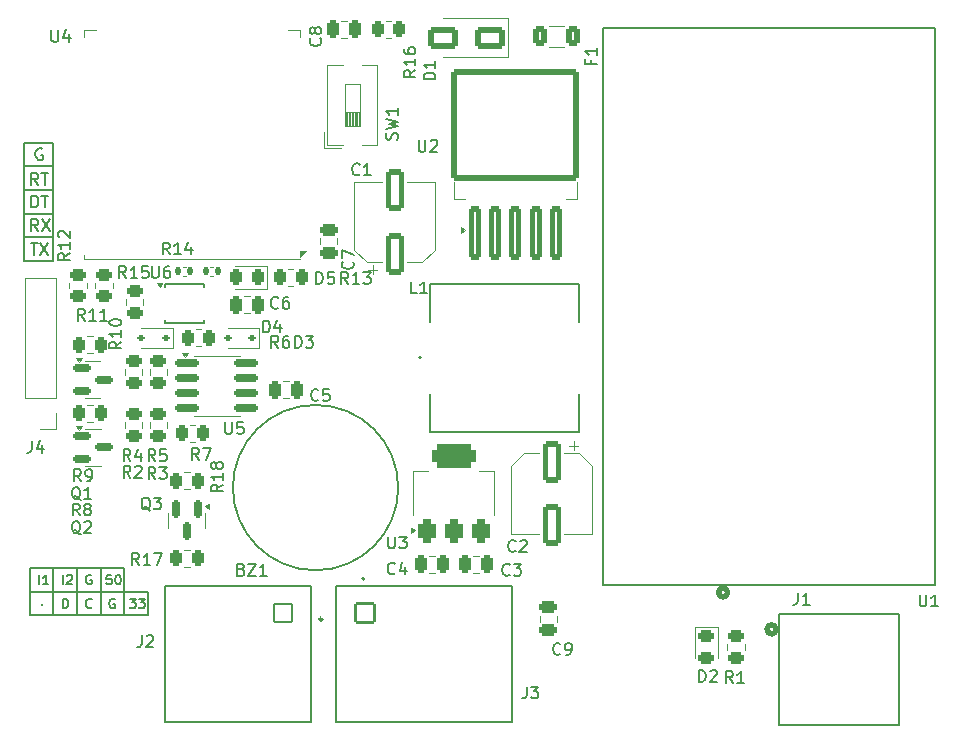
<source format=gto>
G04 #@! TF.GenerationSoftware,KiCad,Pcbnew,7.0.11-7.0.11~ubuntu22.04.1*
G04 #@! TF.CreationDate,2024-09-12T14:51:07+07:00*
G04 #@! TF.ProjectId,scale,7363616c-652e-46b6-9963-61645f706362,rev?*
G04 #@! TF.SameCoordinates,Original*
G04 #@! TF.FileFunction,Legend,Top*
G04 #@! TF.FilePolarity,Positive*
%FSLAX46Y46*%
G04 Gerber Fmt 4.6, Leading zero omitted, Abs format (unit mm)*
G04 Created by KiCad (PCBNEW 7.0.11-7.0.11~ubuntu22.04.1) date 2024-09-12 14:51:07*
%MOMM*%
%LPD*%
G01*
G04 APERTURE LIST*
G04 Aperture macros list*
%AMRoundRect*
0 Rectangle with rounded corners*
0 $1 Rounding radius*
0 $2 $3 $4 $5 $6 $7 $8 $9 X,Y pos of 4 corners*
0 Add a 4 corners polygon primitive as box body*
4,1,4,$2,$3,$4,$5,$6,$7,$8,$9,$2,$3,0*
0 Add four circle primitives for the rounded corners*
1,1,$1+$1,$2,$3*
1,1,$1+$1,$4,$5*
1,1,$1+$1,$6,$7*
1,1,$1+$1,$8,$9*
0 Add four rect primitives between the rounded corners*
20,1,$1+$1,$2,$3,$4,$5,0*
20,1,$1+$1,$4,$5,$6,$7,0*
20,1,$1+$1,$6,$7,$8,$9,0*
20,1,$1+$1,$8,$9,$2,$3,0*%
G04 Aperture macros list end*
%ADD10C,0.150000*%
%ADD11C,0.120000*%
%ADD12C,0.152400*%
%ADD13C,0.508000*%
%ADD14C,0.127000*%
%ADD15C,0.200000*%
%ADD16C,0.254000*%
%ADD17R,1.100000X0.250000*%
%ADD18RoundRect,0.250000X-0.262500X-0.450000X0.262500X-0.450000X0.262500X0.450000X-0.262500X0.450000X0*%
%ADD19RoundRect,0.250000X0.262500X0.450000X-0.262500X0.450000X-0.262500X-0.450000X0.262500X-0.450000X0*%
%ADD20RoundRect,0.250000X0.450000X-0.262500X0.450000X0.262500X-0.450000X0.262500X-0.450000X-0.262500X0*%
%ADD21RoundRect,0.135000X-0.135000X-0.185000X0.135000X-0.185000X0.135000X0.185000X-0.135000X0.185000X0*%
%ADD22C,1.320800*%
%ADD23C,1.828800*%
%ADD24RoundRect,0.250000X-0.450000X0.262500X-0.450000X-0.262500X0.450000X-0.262500X0.450000X0.262500X0*%
%ADD25RoundRect,0.250000X0.250000X0.475000X-0.250000X0.475000X-0.250000X-0.475000X0.250000X-0.475000X0*%
%ADD26RoundRect,0.112500X0.187500X0.112500X-0.187500X0.112500X-0.187500X-0.112500X0.187500X-0.112500X0*%
%ADD27RoundRect,0.250000X-0.475000X0.250000X-0.475000X-0.250000X0.475000X-0.250000X0.475000X0.250000X0*%
%ADD28RoundRect,0.250000X1.000000X0.650000X-1.000000X0.650000X-1.000000X-0.650000X1.000000X-0.650000X0*%
%ADD29RoundRect,0.375000X0.375000X-0.625000X0.375000X0.625000X-0.375000X0.625000X-0.375000X-0.625000X0*%
%ADD30RoundRect,0.500000X1.400000X-0.500000X1.400000X0.500000X-1.400000X0.500000X-1.400000X-0.500000X0*%
%ADD31RoundRect,0.135000X0.135000X0.185000X-0.135000X0.185000X-0.135000X-0.185000X0.135000X-0.185000X0*%
%ADD32RoundRect,0.250000X0.375000X0.625000X-0.375000X0.625000X-0.375000X-0.625000X0.375000X-0.625000X0*%
%ADD33RoundRect,0.250000X0.550000X-1.500000X0.550000X1.500000X-0.550000X1.500000X-0.550000X-1.500000X0*%
%ADD34R,1.120000X2.160000*%
%ADD35RoundRect,0.150000X-0.587500X-0.150000X0.587500X-0.150000X0.587500X0.150000X-0.587500X0.150000X0*%
%ADD36C,1.712000*%
%ADD37RoundRect,0.102000X-0.795000X-0.795000X0.795000X-0.795000X0.795000X0.795000X-0.795000X0.795000X0*%
%ADD38C,1.794000*%
%ADD39RoundRect,0.243750X-0.456250X0.243750X-0.456250X-0.243750X0.456250X-0.243750X0.456250X0.243750X0*%
%ADD40RoundRect,0.243750X0.243750X0.456250X-0.243750X0.456250X-0.243750X-0.456250X0.243750X-0.456250X0*%
%ADD41RoundRect,0.250000X-0.250000X-0.475000X0.250000X-0.475000X0.250000X0.475000X-0.250000X0.475000X0*%
%ADD42RoundRect,0.150000X-0.825000X-0.150000X0.825000X-0.150000X0.825000X0.150000X-0.825000X0.150000X0*%
%ADD43RoundRect,0.250000X0.300000X-2.050000X0.300000X2.050000X-0.300000X2.050000X-0.300000X-2.050000X0*%
%ADD44RoundRect,0.250002X5.149998X-4.449998X5.149998X4.449998X-5.149998X4.449998X-5.149998X-4.449998X0*%
%ADD45RoundRect,0.102000X0.754000X0.754000X-0.754000X0.754000X-0.754000X-0.754000X0.754000X-0.754000X0*%
%ADD46R,1.700000X1.700000*%
%ADD47O,1.700000X1.700000*%
%ADD48C,3.000000*%
%ADD49RoundRect,0.250000X-0.550000X1.500000X-0.550000X-1.500000X0.550000X-1.500000X0.550000X1.500000X0*%
%ADD50R,2.895600X5.410200*%
%ADD51R,1.500000X0.900000*%
%ADD52R,0.900000X1.500000*%
%ADD53C,0.600000*%
%ADD54R,3.800000X3.800000*%
%ADD55RoundRect,0.150000X-0.150000X0.587500X-0.150000X-0.587500X0.150000X-0.587500X0.150000X0.587500X0*%
G04 APERTURE END LIST*
D10*
X1000000Y-49500000D02*
X10000000Y-49500000D01*
X10000000Y-49500000D02*
X11000000Y-49500000D01*
X5000000Y-47500000D02*
X5000000Y-49500000D01*
X500000Y-19500000D02*
X3000000Y-19500000D01*
X3000000Y-49500000D02*
X3000000Y-51500000D01*
X3000000Y-21500000D02*
X500000Y-21500000D01*
X500000Y-21500000D02*
X500000Y-11500000D01*
X11000000Y-51500000D02*
X10000000Y-51500000D01*
X7000000Y-47500000D02*
X7000000Y-49500000D01*
X7000000Y-49500000D02*
X7000000Y-51500000D01*
X11000000Y-49500000D02*
X11000000Y-51500000D01*
X500000Y-17500000D02*
X3000000Y-17500000D01*
X10000000Y-51500000D02*
X1000000Y-51500000D01*
X500000Y-15500000D02*
X3000000Y-15500000D01*
X9000000Y-47500000D02*
X9000000Y-49500000D01*
X3000000Y-47500000D02*
X3000000Y-49500000D01*
X9000000Y-49500000D02*
X9000000Y-51500000D01*
X3000000Y-11500000D02*
X3000000Y-21500000D01*
X500000Y-13500000D02*
X3000000Y-13500000D01*
X1000000Y-51500000D02*
X1000000Y-47500000D01*
X500000Y-11500000D02*
X3000000Y-11500000D01*
X5000000Y-49500000D02*
X5000000Y-51500000D01*
X9000000Y-47500000D02*
X1000000Y-47500000D01*
X1136779Y-16969819D02*
X1136779Y-15969819D01*
X1136779Y-15969819D02*
X1374874Y-15969819D01*
X1374874Y-15969819D02*
X1517731Y-16017438D01*
X1517731Y-16017438D02*
X1612969Y-16112676D01*
X1612969Y-16112676D02*
X1660588Y-16207914D01*
X1660588Y-16207914D02*
X1708207Y-16398390D01*
X1708207Y-16398390D02*
X1708207Y-16541247D01*
X1708207Y-16541247D02*
X1660588Y-16731723D01*
X1660588Y-16731723D02*
X1612969Y-16826961D01*
X1612969Y-16826961D02*
X1517731Y-16922200D01*
X1517731Y-16922200D02*
X1374874Y-16969819D01*
X1374874Y-16969819D02*
X1136779Y-16969819D01*
X1993922Y-15969819D02*
X2565350Y-15969819D01*
X2279636Y-16969819D02*
X2279636Y-15969819D01*
X1708207Y-18969819D02*
X1374874Y-18493628D01*
X1136779Y-18969819D02*
X1136779Y-17969819D01*
X1136779Y-17969819D02*
X1517731Y-17969819D01*
X1517731Y-17969819D02*
X1612969Y-18017438D01*
X1612969Y-18017438D02*
X1660588Y-18065057D01*
X1660588Y-18065057D02*
X1708207Y-18160295D01*
X1708207Y-18160295D02*
X1708207Y-18303152D01*
X1708207Y-18303152D02*
X1660588Y-18398390D01*
X1660588Y-18398390D02*
X1612969Y-18446009D01*
X1612969Y-18446009D02*
X1517731Y-18493628D01*
X1517731Y-18493628D02*
X1136779Y-18493628D01*
X2041541Y-17969819D02*
X2708207Y-18969819D01*
X2708207Y-17969819D02*
X2041541Y-18969819D01*
X6246303Y-50818104D02*
X6208207Y-50856200D01*
X6208207Y-50856200D02*
X6093922Y-50894295D01*
X6093922Y-50894295D02*
X6017731Y-50894295D01*
X6017731Y-50894295D02*
X5903445Y-50856200D01*
X5903445Y-50856200D02*
X5827255Y-50780009D01*
X5827255Y-50780009D02*
X5789160Y-50703819D01*
X5789160Y-50703819D02*
X5751064Y-50551438D01*
X5751064Y-50551438D02*
X5751064Y-50437152D01*
X5751064Y-50437152D02*
X5789160Y-50284771D01*
X5789160Y-50284771D02*
X5827255Y-50208580D01*
X5827255Y-50208580D02*
X5903445Y-50132390D01*
X5903445Y-50132390D02*
X6017731Y-50094295D01*
X6017731Y-50094295D02*
X6093922Y-50094295D01*
X6093922Y-50094295D02*
X6208207Y-50132390D01*
X6208207Y-50132390D02*
X6246303Y-50170485D01*
X3789160Y-50894295D02*
X3789160Y-50094295D01*
X3789160Y-50094295D02*
X3979636Y-50094295D01*
X3979636Y-50094295D02*
X4093922Y-50132390D01*
X4093922Y-50132390D02*
X4170112Y-50208580D01*
X4170112Y-50208580D02*
X4208207Y-50284771D01*
X4208207Y-50284771D02*
X4246303Y-50437152D01*
X4246303Y-50437152D02*
X4246303Y-50551438D01*
X4246303Y-50551438D02*
X4208207Y-50703819D01*
X4208207Y-50703819D02*
X4170112Y-50780009D01*
X4170112Y-50780009D02*
X4093922Y-50856200D01*
X4093922Y-50856200D02*
X3979636Y-50894295D01*
X3979636Y-50894295D02*
X3789160Y-50894295D01*
X8208207Y-50132390D02*
X8132017Y-50094295D01*
X8132017Y-50094295D02*
X8017731Y-50094295D01*
X8017731Y-50094295D02*
X7903445Y-50132390D01*
X7903445Y-50132390D02*
X7827255Y-50208580D01*
X7827255Y-50208580D02*
X7789160Y-50284771D01*
X7789160Y-50284771D02*
X7751064Y-50437152D01*
X7751064Y-50437152D02*
X7751064Y-50551438D01*
X7751064Y-50551438D02*
X7789160Y-50703819D01*
X7789160Y-50703819D02*
X7827255Y-50780009D01*
X7827255Y-50780009D02*
X7903445Y-50856200D01*
X7903445Y-50856200D02*
X8017731Y-50894295D01*
X8017731Y-50894295D02*
X8093922Y-50894295D01*
X8093922Y-50894295D02*
X8208207Y-50856200D01*
X8208207Y-50856200D02*
X8246303Y-50818104D01*
X8246303Y-50818104D02*
X8246303Y-50551438D01*
X8246303Y-50551438D02*
X8093922Y-50551438D01*
X9462969Y-50094295D02*
X9958207Y-50094295D01*
X9958207Y-50094295D02*
X9691541Y-50399057D01*
X9691541Y-50399057D02*
X9805826Y-50399057D01*
X9805826Y-50399057D02*
X9882017Y-50437152D01*
X9882017Y-50437152D02*
X9920112Y-50475247D01*
X9920112Y-50475247D02*
X9958207Y-50551438D01*
X9958207Y-50551438D02*
X9958207Y-50741914D01*
X9958207Y-50741914D02*
X9920112Y-50818104D01*
X9920112Y-50818104D02*
X9882017Y-50856200D01*
X9882017Y-50856200D02*
X9805826Y-50894295D01*
X9805826Y-50894295D02*
X9577255Y-50894295D01*
X9577255Y-50894295D02*
X9501064Y-50856200D01*
X9501064Y-50856200D02*
X9462969Y-50818104D01*
X10224874Y-50094295D02*
X10720112Y-50094295D01*
X10720112Y-50094295D02*
X10453446Y-50399057D01*
X10453446Y-50399057D02*
X10567731Y-50399057D01*
X10567731Y-50399057D02*
X10643922Y-50437152D01*
X10643922Y-50437152D02*
X10682017Y-50475247D01*
X10682017Y-50475247D02*
X10720112Y-50551438D01*
X10720112Y-50551438D02*
X10720112Y-50741914D01*
X10720112Y-50741914D02*
X10682017Y-50818104D01*
X10682017Y-50818104D02*
X10643922Y-50856200D01*
X10643922Y-50856200D02*
X10567731Y-50894295D01*
X10567731Y-50894295D02*
X10339160Y-50894295D01*
X10339160Y-50894295D02*
X10262969Y-50856200D01*
X10262969Y-50856200D02*
X10224874Y-50818104D01*
X1789160Y-48894295D02*
X1789160Y-48094295D01*
X2589159Y-48894295D02*
X2132016Y-48894295D01*
X2360588Y-48894295D02*
X2360588Y-48094295D01*
X2360588Y-48094295D02*
X2284397Y-48208580D01*
X2284397Y-48208580D02*
X2208207Y-48284771D01*
X2208207Y-48284771D02*
X2132016Y-48322866D01*
X2039160Y-50568104D02*
X2077255Y-50606200D01*
X2077255Y-50606200D02*
X2039160Y-50644295D01*
X2039160Y-50644295D02*
X2001064Y-50606200D01*
X2001064Y-50606200D02*
X2039160Y-50568104D01*
X2039160Y-50568104D02*
X2039160Y-50644295D01*
X2060588Y-12017438D02*
X1965350Y-11969819D01*
X1965350Y-11969819D02*
X1822493Y-11969819D01*
X1822493Y-11969819D02*
X1679636Y-12017438D01*
X1679636Y-12017438D02*
X1584398Y-12112676D01*
X1584398Y-12112676D02*
X1536779Y-12207914D01*
X1536779Y-12207914D02*
X1489160Y-12398390D01*
X1489160Y-12398390D02*
X1489160Y-12541247D01*
X1489160Y-12541247D02*
X1536779Y-12731723D01*
X1536779Y-12731723D02*
X1584398Y-12826961D01*
X1584398Y-12826961D02*
X1679636Y-12922200D01*
X1679636Y-12922200D02*
X1822493Y-12969819D01*
X1822493Y-12969819D02*
X1917731Y-12969819D01*
X1917731Y-12969819D02*
X2060588Y-12922200D01*
X2060588Y-12922200D02*
X2108207Y-12874580D01*
X2108207Y-12874580D02*
X2108207Y-12541247D01*
X2108207Y-12541247D02*
X1917731Y-12541247D01*
X1093922Y-19969819D02*
X1665350Y-19969819D01*
X1379636Y-20969819D02*
X1379636Y-19969819D01*
X1903446Y-19969819D02*
X2570112Y-20969819D01*
X2570112Y-19969819D02*
X1903446Y-20969819D01*
X7920112Y-48094295D02*
X7539160Y-48094295D01*
X7539160Y-48094295D02*
X7501064Y-48475247D01*
X7501064Y-48475247D02*
X7539160Y-48437152D01*
X7539160Y-48437152D02*
X7615350Y-48399057D01*
X7615350Y-48399057D02*
X7805826Y-48399057D01*
X7805826Y-48399057D02*
X7882017Y-48437152D01*
X7882017Y-48437152D02*
X7920112Y-48475247D01*
X7920112Y-48475247D02*
X7958207Y-48551438D01*
X7958207Y-48551438D02*
X7958207Y-48741914D01*
X7958207Y-48741914D02*
X7920112Y-48818104D01*
X7920112Y-48818104D02*
X7882017Y-48856200D01*
X7882017Y-48856200D02*
X7805826Y-48894295D01*
X7805826Y-48894295D02*
X7615350Y-48894295D01*
X7615350Y-48894295D02*
X7539160Y-48856200D01*
X7539160Y-48856200D02*
X7501064Y-48818104D01*
X8453446Y-48094295D02*
X8529636Y-48094295D01*
X8529636Y-48094295D02*
X8605827Y-48132390D01*
X8605827Y-48132390D02*
X8643922Y-48170485D01*
X8643922Y-48170485D02*
X8682017Y-48246676D01*
X8682017Y-48246676D02*
X8720112Y-48399057D01*
X8720112Y-48399057D02*
X8720112Y-48589533D01*
X8720112Y-48589533D02*
X8682017Y-48741914D01*
X8682017Y-48741914D02*
X8643922Y-48818104D01*
X8643922Y-48818104D02*
X8605827Y-48856200D01*
X8605827Y-48856200D02*
X8529636Y-48894295D01*
X8529636Y-48894295D02*
X8453446Y-48894295D01*
X8453446Y-48894295D02*
X8377255Y-48856200D01*
X8377255Y-48856200D02*
X8339160Y-48818104D01*
X8339160Y-48818104D02*
X8301065Y-48741914D01*
X8301065Y-48741914D02*
X8262969Y-48589533D01*
X8262969Y-48589533D02*
X8262969Y-48399057D01*
X8262969Y-48399057D02*
X8301065Y-48246676D01*
X8301065Y-48246676D02*
X8339160Y-48170485D01*
X8339160Y-48170485D02*
X8377255Y-48132390D01*
X8377255Y-48132390D02*
X8453446Y-48094295D01*
X6208207Y-48132390D02*
X6132017Y-48094295D01*
X6132017Y-48094295D02*
X6017731Y-48094295D01*
X6017731Y-48094295D02*
X5903445Y-48132390D01*
X5903445Y-48132390D02*
X5827255Y-48208580D01*
X5827255Y-48208580D02*
X5789160Y-48284771D01*
X5789160Y-48284771D02*
X5751064Y-48437152D01*
X5751064Y-48437152D02*
X5751064Y-48551438D01*
X5751064Y-48551438D02*
X5789160Y-48703819D01*
X5789160Y-48703819D02*
X5827255Y-48780009D01*
X5827255Y-48780009D02*
X5903445Y-48856200D01*
X5903445Y-48856200D02*
X6017731Y-48894295D01*
X6017731Y-48894295D02*
X6093922Y-48894295D01*
X6093922Y-48894295D02*
X6208207Y-48856200D01*
X6208207Y-48856200D02*
X6246303Y-48818104D01*
X6246303Y-48818104D02*
X6246303Y-48551438D01*
X6246303Y-48551438D02*
X6093922Y-48551438D01*
X1708207Y-15069819D02*
X1374874Y-14593628D01*
X1136779Y-15069819D02*
X1136779Y-14069819D01*
X1136779Y-14069819D02*
X1517731Y-14069819D01*
X1517731Y-14069819D02*
X1612969Y-14117438D01*
X1612969Y-14117438D02*
X1660588Y-14165057D01*
X1660588Y-14165057D02*
X1708207Y-14260295D01*
X1708207Y-14260295D02*
X1708207Y-14403152D01*
X1708207Y-14403152D02*
X1660588Y-14498390D01*
X1660588Y-14498390D02*
X1612969Y-14546009D01*
X1612969Y-14546009D02*
X1517731Y-14593628D01*
X1517731Y-14593628D02*
X1136779Y-14593628D01*
X1993922Y-14069819D02*
X2565350Y-14069819D01*
X2279636Y-15069819D02*
X2279636Y-14069819D01*
X3789160Y-48894295D02*
X3789160Y-48094295D01*
X4132016Y-48170485D02*
X4170112Y-48132390D01*
X4170112Y-48132390D02*
X4246302Y-48094295D01*
X4246302Y-48094295D02*
X4436778Y-48094295D01*
X4436778Y-48094295D02*
X4512969Y-48132390D01*
X4512969Y-48132390D02*
X4551064Y-48170485D01*
X4551064Y-48170485D02*
X4589159Y-48246676D01*
X4589159Y-48246676D02*
X4589159Y-48322866D01*
X4589159Y-48322866D02*
X4551064Y-48437152D01*
X4551064Y-48437152D02*
X4093921Y-48894295D01*
X4093921Y-48894295D02*
X4589159Y-48894295D01*
X11338095Y-21954819D02*
X11338095Y-22764342D01*
X11338095Y-22764342D02*
X11385714Y-22859580D01*
X11385714Y-22859580D02*
X11433333Y-22907200D01*
X11433333Y-22907200D02*
X11528571Y-22954819D01*
X11528571Y-22954819D02*
X11719047Y-22954819D01*
X11719047Y-22954819D02*
X11814285Y-22907200D01*
X11814285Y-22907200D02*
X11861904Y-22859580D01*
X11861904Y-22859580D02*
X11909523Y-22764342D01*
X11909523Y-22764342D02*
X11909523Y-21954819D01*
X12814285Y-21954819D02*
X12623809Y-21954819D01*
X12623809Y-21954819D02*
X12528571Y-22002438D01*
X12528571Y-22002438D02*
X12480952Y-22050057D01*
X12480952Y-22050057D02*
X12385714Y-22192914D01*
X12385714Y-22192914D02*
X12338095Y-22383390D01*
X12338095Y-22383390D02*
X12338095Y-22764342D01*
X12338095Y-22764342D02*
X12385714Y-22859580D01*
X12385714Y-22859580D02*
X12433333Y-22907200D01*
X12433333Y-22907200D02*
X12528571Y-22954819D01*
X12528571Y-22954819D02*
X12719047Y-22954819D01*
X12719047Y-22954819D02*
X12814285Y-22907200D01*
X12814285Y-22907200D02*
X12861904Y-22859580D01*
X12861904Y-22859580D02*
X12909523Y-22764342D01*
X12909523Y-22764342D02*
X12909523Y-22526247D01*
X12909523Y-22526247D02*
X12861904Y-22431009D01*
X12861904Y-22431009D02*
X12814285Y-22383390D01*
X12814285Y-22383390D02*
X12719047Y-22335771D01*
X12719047Y-22335771D02*
X12528571Y-22335771D01*
X12528571Y-22335771D02*
X12433333Y-22383390D01*
X12433333Y-22383390D02*
X12385714Y-22431009D01*
X12385714Y-22431009D02*
X12338095Y-22526247D01*
X27957142Y-23454819D02*
X27623809Y-22978628D01*
X27385714Y-23454819D02*
X27385714Y-22454819D01*
X27385714Y-22454819D02*
X27766666Y-22454819D01*
X27766666Y-22454819D02*
X27861904Y-22502438D01*
X27861904Y-22502438D02*
X27909523Y-22550057D01*
X27909523Y-22550057D02*
X27957142Y-22645295D01*
X27957142Y-22645295D02*
X27957142Y-22788152D01*
X27957142Y-22788152D02*
X27909523Y-22883390D01*
X27909523Y-22883390D02*
X27861904Y-22931009D01*
X27861904Y-22931009D02*
X27766666Y-22978628D01*
X27766666Y-22978628D02*
X27385714Y-22978628D01*
X28909523Y-23454819D02*
X28338095Y-23454819D01*
X28623809Y-23454819D02*
X28623809Y-22454819D01*
X28623809Y-22454819D02*
X28528571Y-22597676D01*
X28528571Y-22597676D02*
X28433333Y-22692914D01*
X28433333Y-22692914D02*
X28338095Y-22740533D01*
X29242857Y-22454819D02*
X29861904Y-22454819D01*
X29861904Y-22454819D02*
X29528571Y-22835771D01*
X29528571Y-22835771D02*
X29671428Y-22835771D01*
X29671428Y-22835771D02*
X29766666Y-22883390D01*
X29766666Y-22883390D02*
X29814285Y-22931009D01*
X29814285Y-22931009D02*
X29861904Y-23026247D01*
X29861904Y-23026247D02*
X29861904Y-23264342D01*
X29861904Y-23264342D02*
X29814285Y-23359580D01*
X29814285Y-23359580D02*
X29766666Y-23407200D01*
X29766666Y-23407200D02*
X29671428Y-23454819D01*
X29671428Y-23454819D02*
X29385714Y-23454819D01*
X29385714Y-23454819D02*
X29290476Y-23407200D01*
X29290476Y-23407200D02*
X29242857Y-23359580D01*
X22033333Y-28854819D02*
X21700000Y-28378628D01*
X21461905Y-28854819D02*
X21461905Y-27854819D01*
X21461905Y-27854819D02*
X21842857Y-27854819D01*
X21842857Y-27854819D02*
X21938095Y-27902438D01*
X21938095Y-27902438D02*
X21985714Y-27950057D01*
X21985714Y-27950057D02*
X22033333Y-28045295D01*
X22033333Y-28045295D02*
X22033333Y-28188152D01*
X22033333Y-28188152D02*
X21985714Y-28283390D01*
X21985714Y-28283390D02*
X21938095Y-28331009D01*
X21938095Y-28331009D02*
X21842857Y-28378628D01*
X21842857Y-28378628D02*
X21461905Y-28378628D01*
X22890476Y-27854819D02*
X22700000Y-27854819D01*
X22700000Y-27854819D02*
X22604762Y-27902438D01*
X22604762Y-27902438D02*
X22557143Y-27950057D01*
X22557143Y-27950057D02*
X22461905Y-28092914D01*
X22461905Y-28092914D02*
X22414286Y-28283390D01*
X22414286Y-28283390D02*
X22414286Y-28664342D01*
X22414286Y-28664342D02*
X22461905Y-28759580D01*
X22461905Y-28759580D02*
X22509524Y-28807200D01*
X22509524Y-28807200D02*
X22604762Y-28854819D01*
X22604762Y-28854819D02*
X22795238Y-28854819D01*
X22795238Y-28854819D02*
X22890476Y-28807200D01*
X22890476Y-28807200D02*
X22938095Y-28759580D01*
X22938095Y-28759580D02*
X22985714Y-28664342D01*
X22985714Y-28664342D02*
X22985714Y-28426247D01*
X22985714Y-28426247D02*
X22938095Y-28331009D01*
X22938095Y-28331009D02*
X22890476Y-28283390D01*
X22890476Y-28283390D02*
X22795238Y-28235771D01*
X22795238Y-28235771D02*
X22604762Y-28235771D01*
X22604762Y-28235771D02*
X22509524Y-28283390D01*
X22509524Y-28283390D02*
X22461905Y-28331009D01*
X22461905Y-28331009D02*
X22414286Y-28426247D01*
X9533333Y-39854819D02*
X9200000Y-39378628D01*
X8961905Y-39854819D02*
X8961905Y-38854819D01*
X8961905Y-38854819D02*
X9342857Y-38854819D01*
X9342857Y-38854819D02*
X9438095Y-38902438D01*
X9438095Y-38902438D02*
X9485714Y-38950057D01*
X9485714Y-38950057D02*
X9533333Y-39045295D01*
X9533333Y-39045295D02*
X9533333Y-39188152D01*
X9533333Y-39188152D02*
X9485714Y-39283390D01*
X9485714Y-39283390D02*
X9438095Y-39331009D01*
X9438095Y-39331009D02*
X9342857Y-39378628D01*
X9342857Y-39378628D02*
X8961905Y-39378628D01*
X9914286Y-38950057D02*
X9961905Y-38902438D01*
X9961905Y-38902438D02*
X10057143Y-38854819D01*
X10057143Y-38854819D02*
X10295238Y-38854819D01*
X10295238Y-38854819D02*
X10390476Y-38902438D01*
X10390476Y-38902438D02*
X10438095Y-38950057D01*
X10438095Y-38950057D02*
X10485714Y-39045295D01*
X10485714Y-39045295D02*
X10485714Y-39140533D01*
X10485714Y-39140533D02*
X10438095Y-39283390D01*
X10438095Y-39283390D02*
X9866667Y-39854819D01*
X9866667Y-39854819D02*
X10485714Y-39854819D01*
X12857142Y-20954819D02*
X12523809Y-20478628D01*
X12285714Y-20954819D02*
X12285714Y-19954819D01*
X12285714Y-19954819D02*
X12666666Y-19954819D01*
X12666666Y-19954819D02*
X12761904Y-20002438D01*
X12761904Y-20002438D02*
X12809523Y-20050057D01*
X12809523Y-20050057D02*
X12857142Y-20145295D01*
X12857142Y-20145295D02*
X12857142Y-20288152D01*
X12857142Y-20288152D02*
X12809523Y-20383390D01*
X12809523Y-20383390D02*
X12761904Y-20431009D01*
X12761904Y-20431009D02*
X12666666Y-20478628D01*
X12666666Y-20478628D02*
X12285714Y-20478628D01*
X13809523Y-20954819D02*
X13238095Y-20954819D01*
X13523809Y-20954819D02*
X13523809Y-19954819D01*
X13523809Y-19954819D02*
X13428571Y-20097676D01*
X13428571Y-20097676D02*
X13333333Y-20192914D01*
X13333333Y-20192914D02*
X13238095Y-20240533D01*
X14666666Y-20288152D02*
X14666666Y-20954819D01*
X14428571Y-19907200D02*
X14190476Y-20621485D01*
X14190476Y-20621485D02*
X14809523Y-20621485D01*
X76338095Y-49754819D02*
X76338095Y-50564342D01*
X76338095Y-50564342D02*
X76385714Y-50659580D01*
X76385714Y-50659580D02*
X76433333Y-50707200D01*
X76433333Y-50707200D02*
X76528571Y-50754819D01*
X76528571Y-50754819D02*
X76719047Y-50754819D01*
X76719047Y-50754819D02*
X76814285Y-50707200D01*
X76814285Y-50707200D02*
X76861904Y-50659580D01*
X76861904Y-50659580D02*
X76909523Y-50564342D01*
X76909523Y-50564342D02*
X76909523Y-49754819D01*
X77909523Y-50754819D02*
X77338095Y-50754819D01*
X77623809Y-50754819D02*
X77623809Y-49754819D01*
X77623809Y-49754819D02*
X77528571Y-49897676D01*
X77528571Y-49897676D02*
X77433333Y-49992914D01*
X77433333Y-49992914D02*
X77338095Y-50040533D01*
X66025066Y-49619720D02*
X66025066Y-50334005D01*
X66025066Y-50334005D02*
X65977447Y-50476862D01*
X65977447Y-50476862D02*
X65882209Y-50572101D01*
X65882209Y-50572101D02*
X65739352Y-50619720D01*
X65739352Y-50619720D02*
X65644114Y-50619720D01*
X67025066Y-50619720D02*
X66453638Y-50619720D01*
X66739352Y-50619720D02*
X66739352Y-49619720D01*
X66739352Y-49619720D02*
X66644114Y-49762577D01*
X66644114Y-49762577D02*
X66548876Y-49857815D01*
X66548876Y-49857815D02*
X66453638Y-49905434D01*
X8754819Y-28342857D02*
X8278628Y-28676190D01*
X8754819Y-28914285D02*
X7754819Y-28914285D01*
X7754819Y-28914285D02*
X7754819Y-28533333D01*
X7754819Y-28533333D02*
X7802438Y-28438095D01*
X7802438Y-28438095D02*
X7850057Y-28390476D01*
X7850057Y-28390476D02*
X7945295Y-28342857D01*
X7945295Y-28342857D02*
X8088152Y-28342857D01*
X8088152Y-28342857D02*
X8183390Y-28390476D01*
X8183390Y-28390476D02*
X8231009Y-28438095D01*
X8231009Y-28438095D02*
X8278628Y-28533333D01*
X8278628Y-28533333D02*
X8278628Y-28914285D01*
X8754819Y-27390476D02*
X8754819Y-27961904D01*
X8754819Y-27676190D02*
X7754819Y-27676190D01*
X7754819Y-27676190D02*
X7897676Y-27771428D01*
X7897676Y-27771428D02*
X7992914Y-27866666D01*
X7992914Y-27866666D02*
X8040533Y-27961904D01*
X7754819Y-26771428D02*
X7754819Y-26676190D01*
X7754819Y-26676190D02*
X7802438Y-26580952D01*
X7802438Y-26580952D02*
X7850057Y-26533333D01*
X7850057Y-26533333D02*
X7945295Y-26485714D01*
X7945295Y-26485714D02*
X8135771Y-26438095D01*
X8135771Y-26438095D02*
X8373866Y-26438095D01*
X8373866Y-26438095D02*
X8564342Y-26485714D01*
X8564342Y-26485714D02*
X8659580Y-26533333D01*
X8659580Y-26533333D02*
X8707200Y-26580952D01*
X8707200Y-26580952D02*
X8754819Y-26676190D01*
X8754819Y-26676190D02*
X8754819Y-26771428D01*
X8754819Y-26771428D02*
X8707200Y-26866666D01*
X8707200Y-26866666D02*
X8659580Y-26914285D01*
X8659580Y-26914285D02*
X8564342Y-26961904D01*
X8564342Y-26961904D02*
X8373866Y-27009523D01*
X8373866Y-27009523D02*
X8135771Y-27009523D01*
X8135771Y-27009523D02*
X7945295Y-26961904D01*
X7945295Y-26961904D02*
X7850057Y-26914285D01*
X7850057Y-26914285D02*
X7802438Y-26866666D01*
X7802438Y-26866666D02*
X7754819Y-26771428D01*
X25609580Y-2666666D02*
X25657200Y-2714285D01*
X25657200Y-2714285D02*
X25704819Y-2857142D01*
X25704819Y-2857142D02*
X25704819Y-2952380D01*
X25704819Y-2952380D02*
X25657200Y-3095237D01*
X25657200Y-3095237D02*
X25561961Y-3190475D01*
X25561961Y-3190475D02*
X25466723Y-3238094D01*
X25466723Y-3238094D02*
X25276247Y-3285713D01*
X25276247Y-3285713D02*
X25133390Y-3285713D01*
X25133390Y-3285713D02*
X24942914Y-3238094D01*
X24942914Y-3238094D02*
X24847676Y-3190475D01*
X24847676Y-3190475D02*
X24752438Y-3095237D01*
X24752438Y-3095237D02*
X24704819Y-2952380D01*
X24704819Y-2952380D02*
X24704819Y-2857142D01*
X24704819Y-2857142D02*
X24752438Y-2714285D01*
X24752438Y-2714285D02*
X24800057Y-2666666D01*
X25133390Y-2095237D02*
X25085771Y-2190475D01*
X25085771Y-2190475D02*
X25038152Y-2238094D01*
X25038152Y-2238094D02*
X24942914Y-2285713D01*
X24942914Y-2285713D02*
X24895295Y-2285713D01*
X24895295Y-2285713D02*
X24800057Y-2238094D01*
X24800057Y-2238094D02*
X24752438Y-2190475D01*
X24752438Y-2190475D02*
X24704819Y-2095237D01*
X24704819Y-2095237D02*
X24704819Y-1904761D01*
X24704819Y-1904761D02*
X24752438Y-1809523D01*
X24752438Y-1809523D02*
X24800057Y-1761904D01*
X24800057Y-1761904D02*
X24895295Y-1714285D01*
X24895295Y-1714285D02*
X24942914Y-1714285D01*
X24942914Y-1714285D02*
X25038152Y-1761904D01*
X25038152Y-1761904D02*
X25085771Y-1809523D01*
X25085771Y-1809523D02*
X25133390Y-1904761D01*
X25133390Y-1904761D02*
X25133390Y-2095237D01*
X25133390Y-2095237D02*
X25181009Y-2190475D01*
X25181009Y-2190475D02*
X25228628Y-2238094D01*
X25228628Y-2238094D02*
X25323866Y-2285713D01*
X25323866Y-2285713D02*
X25514342Y-2285713D01*
X25514342Y-2285713D02*
X25609580Y-2238094D01*
X25609580Y-2238094D02*
X25657200Y-2190475D01*
X25657200Y-2190475D02*
X25704819Y-2095237D01*
X25704819Y-2095237D02*
X25704819Y-1904761D01*
X25704819Y-1904761D02*
X25657200Y-1809523D01*
X25657200Y-1809523D02*
X25609580Y-1761904D01*
X25609580Y-1761904D02*
X25514342Y-1714285D01*
X25514342Y-1714285D02*
X25323866Y-1714285D01*
X25323866Y-1714285D02*
X25228628Y-1761904D01*
X25228628Y-1761904D02*
X25181009Y-1809523D01*
X25181009Y-1809523D02*
X25133390Y-1904761D01*
X20761905Y-27554819D02*
X20761905Y-26554819D01*
X20761905Y-26554819D02*
X21000000Y-26554819D01*
X21000000Y-26554819D02*
X21142857Y-26602438D01*
X21142857Y-26602438D02*
X21238095Y-26697676D01*
X21238095Y-26697676D02*
X21285714Y-26792914D01*
X21285714Y-26792914D02*
X21333333Y-26983390D01*
X21333333Y-26983390D02*
X21333333Y-27126247D01*
X21333333Y-27126247D02*
X21285714Y-27316723D01*
X21285714Y-27316723D02*
X21238095Y-27411961D01*
X21238095Y-27411961D02*
X21142857Y-27507200D01*
X21142857Y-27507200D02*
X21000000Y-27554819D01*
X21000000Y-27554819D02*
X20761905Y-27554819D01*
X22190476Y-26888152D02*
X22190476Y-27554819D01*
X21952381Y-26507200D02*
X21714286Y-27221485D01*
X21714286Y-27221485D02*
X22333333Y-27221485D01*
X5657142Y-26554819D02*
X5323809Y-26078628D01*
X5085714Y-26554819D02*
X5085714Y-25554819D01*
X5085714Y-25554819D02*
X5466666Y-25554819D01*
X5466666Y-25554819D02*
X5561904Y-25602438D01*
X5561904Y-25602438D02*
X5609523Y-25650057D01*
X5609523Y-25650057D02*
X5657142Y-25745295D01*
X5657142Y-25745295D02*
X5657142Y-25888152D01*
X5657142Y-25888152D02*
X5609523Y-25983390D01*
X5609523Y-25983390D02*
X5561904Y-26031009D01*
X5561904Y-26031009D02*
X5466666Y-26078628D01*
X5466666Y-26078628D02*
X5085714Y-26078628D01*
X6609523Y-26554819D02*
X6038095Y-26554819D01*
X6323809Y-26554819D02*
X6323809Y-25554819D01*
X6323809Y-25554819D02*
X6228571Y-25697676D01*
X6228571Y-25697676D02*
X6133333Y-25792914D01*
X6133333Y-25792914D02*
X6038095Y-25840533D01*
X7561904Y-26554819D02*
X6990476Y-26554819D01*
X7276190Y-26554819D02*
X7276190Y-25554819D01*
X7276190Y-25554819D02*
X7180952Y-25697676D01*
X7180952Y-25697676D02*
X7085714Y-25792914D01*
X7085714Y-25792914D02*
X6990476Y-25840533D01*
X28339580Y-21566666D02*
X28387200Y-21614285D01*
X28387200Y-21614285D02*
X28434819Y-21757142D01*
X28434819Y-21757142D02*
X28434819Y-21852380D01*
X28434819Y-21852380D02*
X28387200Y-21995237D01*
X28387200Y-21995237D02*
X28291961Y-22090475D01*
X28291961Y-22090475D02*
X28196723Y-22138094D01*
X28196723Y-22138094D02*
X28006247Y-22185713D01*
X28006247Y-22185713D02*
X27863390Y-22185713D01*
X27863390Y-22185713D02*
X27672914Y-22138094D01*
X27672914Y-22138094D02*
X27577676Y-22090475D01*
X27577676Y-22090475D02*
X27482438Y-21995237D01*
X27482438Y-21995237D02*
X27434819Y-21852380D01*
X27434819Y-21852380D02*
X27434819Y-21757142D01*
X27434819Y-21757142D02*
X27482438Y-21614285D01*
X27482438Y-21614285D02*
X27530057Y-21566666D01*
X27434819Y-21233332D02*
X27434819Y-20566666D01*
X27434819Y-20566666D02*
X28434819Y-20995237D01*
X35354819Y-6138094D02*
X34354819Y-6138094D01*
X34354819Y-6138094D02*
X34354819Y-5899999D01*
X34354819Y-5899999D02*
X34402438Y-5757142D01*
X34402438Y-5757142D02*
X34497676Y-5661904D01*
X34497676Y-5661904D02*
X34592914Y-5614285D01*
X34592914Y-5614285D02*
X34783390Y-5566666D01*
X34783390Y-5566666D02*
X34926247Y-5566666D01*
X34926247Y-5566666D02*
X35116723Y-5614285D01*
X35116723Y-5614285D02*
X35211961Y-5661904D01*
X35211961Y-5661904D02*
X35307200Y-5757142D01*
X35307200Y-5757142D02*
X35354819Y-5899999D01*
X35354819Y-5899999D02*
X35354819Y-6138094D01*
X35354819Y-4614285D02*
X35354819Y-5185713D01*
X35354819Y-4899999D02*
X34354819Y-4899999D01*
X34354819Y-4899999D02*
X34497676Y-4995237D01*
X34497676Y-4995237D02*
X34592914Y-5090475D01*
X34592914Y-5090475D02*
X34640533Y-5185713D01*
X31338095Y-44854819D02*
X31338095Y-45664342D01*
X31338095Y-45664342D02*
X31385714Y-45759580D01*
X31385714Y-45759580D02*
X31433333Y-45807200D01*
X31433333Y-45807200D02*
X31528571Y-45854819D01*
X31528571Y-45854819D02*
X31719047Y-45854819D01*
X31719047Y-45854819D02*
X31814285Y-45807200D01*
X31814285Y-45807200D02*
X31861904Y-45759580D01*
X31861904Y-45759580D02*
X31909523Y-45664342D01*
X31909523Y-45664342D02*
X31909523Y-44854819D01*
X32290476Y-44854819D02*
X32909523Y-44854819D01*
X32909523Y-44854819D02*
X32576190Y-45235771D01*
X32576190Y-45235771D02*
X32719047Y-45235771D01*
X32719047Y-45235771D02*
X32814285Y-45283390D01*
X32814285Y-45283390D02*
X32861904Y-45331009D01*
X32861904Y-45331009D02*
X32909523Y-45426247D01*
X32909523Y-45426247D02*
X32909523Y-45664342D01*
X32909523Y-45664342D02*
X32861904Y-45759580D01*
X32861904Y-45759580D02*
X32814285Y-45807200D01*
X32814285Y-45807200D02*
X32719047Y-45854819D01*
X32719047Y-45854819D02*
X32433333Y-45854819D01*
X32433333Y-45854819D02*
X32338095Y-45807200D01*
X32338095Y-45807200D02*
X32290476Y-45759580D01*
X9157142Y-22954819D02*
X8823809Y-22478628D01*
X8585714Y-22954819D02*
X8585714Y-21954819D01*
X8585714Y-21954819D02*
X8966666Y-21954819D01*
X8966666Y-21954819D02*
X9061904Y-22002438D01*
X9061904Y-22002438D02*
X9109523Y-22050057D01*
X9109523Y-22050057D02*
X9157142Y-22145295D01*
X9157142Y-22145295D02*
X9157142Y-22288152D01*
X9157142Y-22288152D02*
X9109523Y-22383390D01*
X9109523Y-22383390D02*
X9061904Y-22431009D01*
X9061904Y-22431009D02*
X8966666Y-22478628D01*
X8966666Y-22478628D02*
X8585714Y-22478628D01*
X10109523Y-22954819D02*
X9538095Y-22954819D01*
X9823809Y-22954819D02*
X9823809Y-21954819D01*
X9823809Y-21954819D02*
X9728571Y-22097676D01*
X9728571Y-22097676D02*
X9633333Y-22192914D01*
X9633333Y-22192914D02*
X9538095Y-22240533D01*
X11014285Y-21954819D02*
X10538095Y-21954819D01*
X10538095Y-21954819D02*
X10490476Y-22431009D01*
X10490476Y-22431009D02*
X10538095Y-22383390D01*
X10538095Y-22383390D02*
X10633333Y-22335771D01*
X10633333Y-22335771D02*
X10871428Y-22335771D01*
X10871428Y-22335771D02*
X10966666Y-22383390D01*
X10966666Y-22383390D02*
X11014285Y-22431009D01*
X11014285Y-22431009D02*
X11061904Y-22526247D01*
X11061904Y-22526247D02*
X11061904Y-22764342D01*
X11061904Y-22764342D02*
X11014285Y-22859580D01*
X11014285Y-22859580D02*
X10966666Y-22907200D01*
X10966666Y-22907200D02*
X10871428Y-22954819D01*
X10871428Y-22954819D02*
X10633333Y-22954819D01*
X10633333Y-22954819D02*
X10538095Y-22907200D01*
X10538095Y-22907200D02*
X10490476Y-22859580D01*
X48531009Y-4533333D02*
X48531009Y-4866666D01*
X49054819Y-4866666D02*
X48054819Y-4866666D01*
X48054819Y-4866666D02*
X48054819Y-4390476D01*
X49054819Y-3485714D02*
X49054819Y-4057142D01*
X49054819Y-3771428D02*
X48054819Y-3771428D01*
X48054819Y-3771428D02*
X48197676Y-3866666D01*
X48197676Y-3866666D02*
X48292914Y-3961904D01*
X48292914Y-3961904D02*
X48340533Y-4057142D01*
X28933333Y-14159580D02*
X28885714Y-14207200D01*
X28885714Y-14207200D02*
X28742857Y-14254819D01*
X28742857Y-14254819D02*
X28647619Y-14254819D01*
X28647619Y-14254819D02*
X28504762Y-14207200D01*
X28504762Y-14207200D02*
X28409524Y-14111961D01*
X28409524Y-14111961D02*
X28361905Y-14016723D01*
X28361905Y-14016723D02*
X28314286Y-13826247D01*
X28314286Y-13826247D02*
X28314286Y-13683390D01*
X28314286Y-13683390D02*
X28361905Y-13492914D01*
X28361905Y-13492914D02*
X28409524Y-13397676D01*
X28409524Y-13397676D02*
X28504762Y-13302438D01*
X28504762Y-13302438D02*
X28647619Y-13254819D01*
X28647619Y-13254819D02*
X28742857Y-13254819D01*
X28742857Y-13254819D02*
X28885714Y-13302438D01*
X28885714Y-13302438D02*
X28933333Y-13350057D01*
X29885714Y-14254819D02*
X29314286Y-14254819D01*
X29600000Y-14254819D02*
X29600000Y-13254819D01*
X29600000Y-13254819D02*
X29504762Y-13397676D01*
X29504762Y-13397676D02*
X29409524Y-13492914D01*
X29409524Y-13492914D02*
X29314286Y-13540533D01*
X32107200Y-11233332D02*
X32154819Y-11090475D01*
X32154819Y-11090475D02*
X32154819Y-10852380D01*
X32154819Y-10852380D02*
X32107200Y-10757142D01*
X32107200Y-10757142D02*
X32059580Y-10709523D01*
X32059580Y-10709523D02*
X31964342Y-10661904D01*
X31964342Y-10661904D02*
X31869104Y-10661904D01*
X31869104Y-10661904D02*
X31773866Y-10709523D01*
X31773866Y-10709523D02*
X31726247Y-10757142D01*
X31726247Y-10757142D02*
X31678628Y-10852380D01*
X31678628Y-10852380D02*
X31631009Y-11042856D01*
X31631009Y-11042856D02*
X31583390Y-11138094D01*
X31583390Y-11138094D02*
X31535771Y-11185713D01*
X31535771Y-11185713D02*
X31440533Y-11233332D01*
X31440533Y-11233332D02*
X31345295Y-11233332D01*
X31345295Y-11233332D02*
X31250057Y-11185713D01*
X31250057Y-11185713D02*
X31202438Y-11138094D01*
X31202438Y-11138094D02*
X31154819Y-11042856D01*
X31154819Y-11042856D02*
X31154819Y-10804761D01*
X31154819Y-10804761D02*
X31202438Y-10661904D01*
X31154819Y-10328570D02*
X32154819Y-10090475D01*
X32154819Y-10090475D02*
X31440533Y-9899999D01*
X31440533Y-9899999D02*
X32154819Y-9709523D01*
X32154819Y-9709523D02*
X31154819Y-9471428D01*
X32154819Y-8566666D02*
X32154819Y-9138094D01*
X32154819Y-8852380D02*
X31154819Y-8852380D01*
X31154819Y-8852380D02*
X31297676Y-8947618D01*
X31297676Y-8947618D02*
X31392914Y-9042856D01*
X31392914Y-9042856D02*
X31440533Y-9138094D01*
X5304761Y-41750057D02*
X5209523Y-41702438D01*
X5209523Y-41702438D02*
X5114285Y-41607200D01*
X5114285Y-41607200D02*
X4971428Y-41464342D01*
X4971428Y-41464342D02*
X4876190Y-41416723D01*
X4876190Y-41416723D02*
X4780952Y-41416723D01*
X4828571Y-41654819D02*
X4733333Y-41607200D01*
X4733333Y-41607200D02*
X4638095Y-41511961D01*
X4638095Y-41511961D02*
X4590476Y-41321485D01*
X4590476Y-41321485D02*
X4590476Y-40988152D01*
X4590476Y-40988152D02*
X4638095Y-40797676D01*
X4638095Y-40797676D02*
X4733333Y-40702438D01*
X4733333Y-40702438D02*
X4828571Y-40654819D01*
X4828571Y-40654819D02*
X5019047Y-40654819D01*
X5019047Y-40654819D02*
X5114285Y-40702438D01*
X5114285Y-40702438D02*
X5209523Y-40797676D01*
X5209523Y-40797676D02*
X5257142Y-40988152D01*
X5257142Y-40988152D02*
X5257142Y-41321485D01*
X5257142Y-41321485D02*
X5209523Y-41511961D01*
X5209523Y-41511961D02*
X5114285Y-41607200D01*
X5114285Y-41607200D02*
X5019047Y-41654819D01*
X5019047Y-41654819D02*
X4828571Y-41654819D01*
X6209523Y-41654819D02*
X5638095Y-41654819D01*
X5923809Y-41654819D02*
X5923809Y-40654819D01*
X5923809Y-40654819D02*
X5828571Y-40797676D01*
X5828571Y-40797676D02*
X5733333Y-40892914D01*
X5733333Y-40892914D02*
X5638095Y-40940533D01*
X25433333Y-33259580D02*
X25385714Y-33307200D01*
X25385714Y-33307200D02*
X25242857Y-33354819D01*
X25242857Y-33354819D02*
X25147619Y-33354819D01*
X25147619Y-33354819D02*
X25004762Y-33307200D01*
X25004762Y-33307200D02*
X24909524Y-33211961D01*
X24909524Y-33211961D02*
X24861905Y-33116723D01*
X24861905Y-33116723D02*
X24814286Y-32926247D01*
X24814286Y-32926247D02*
X24814286Y-32783390D01*
X24814286Y-32783390D02*
X24861905Y-32592914D01*
X24861905Y-32592914D02*
X24909524Y-32497676D01*
X24909524Y-32497676D02*
X25004762Y-32402438D01*
X25004762Y-32402438D02*
X25147619Y-32354819D01*
X25147619Y-32354819D02*
X25242857Y-32354819D01*
X25242857Y-32354819D02*
X25385714Y-32402438D01*
X25385714Y-32402438D02*
X25433333Y-32450057D01*
X26338095Y-32354819D02*
X25861905Y-32354819D01*
X25861905Y-32354819D02*
X25814286Y-32831009D01*
X25814286Y-32831009D02*
X25861905Y-32783390D01*
X25861905Y-32783390D02*
X25957143Y-32735771D01*
X25957143Y-32735771D02*
X26195238Y-32735771D01*
X26195238Y-32735771D02*
X26290476Y-32783390D01*
X26290476Y-32783390D02*
X26338095Y-32831009D01*
X26338095Y-32831009D02*
X26385714Y-32926247D01*
X26385714Y-32926247D02*
X26385714Y-33164342D01*
X26385714Y-33164342D02*
X26338095Y-33259580D01*
X26338095Y-33259580D02*
X26290476Y-33307200D01*
X26290476Y-33307200D02*
X26195238Y-33354819D01*
X26195238Y-33354819D02*
X25957143Y-33354819D01*
X25957143Y-33354819D02*
X25861905Y-33307200D01*
X25861905Y-33307200D02*
X25814286Y-33259580D01*
X11633333Y-38454819D02*
X11300000Y-37978628D01*
X11061905Y-38454819D02*
X11061905Y-37454819D01*
X11061905Y-37454819D02*
X11442857Y-37454819D01*
X11442857Y-37454819D02*
X11538095Y-37502438D01*
X11538095Y-37502438D02*
X11585714Y-37550057D01*
X11585714Y-37550057D02*
X11633333Y-37645295D01*
X11633333Y-37645295D02*
X11633333Y-37788152D01*
X11633333Y-37788152D02*
X11585714Y-37883390D01*
X11585714Y-37883390D02*
X11538095Y-37931009D01*
X11538095Y-37931009D02*
X11442857Y-37978628D01*
X11442857Y-37978628D02*
X11061905Y-37978628D01*
X12538095Y-37454819D02*
X12061905Y-37454819D01*
X12061905Y-37454819D02*
X12014286Y-37931009D01*
X12014286Y-37931009D02*
X12061905Y-37883390D01*
X12061905Y-37883390D02*
X12157143Y-37835771D01*
X12157143Y-37835771D02*
X12395238Y-37835771D01*
X12395238Y-37835771D02*
X12490476Y-37883390D01*
X12490476Y-37883390D02*
X12538095Y-37931009D01*
X12538095Y-37931009D02*
X12585714Y-38026247D01*
X12585714Y-38026247D02*
X12585714Y-38264342D01*
X12585714Y-38264342D02*
X12538095Y-38359580D01*
X12538095Y-38359580D02*
X12490476Y-38407200D01*
X12490476Y-38407200D02*
X12395238Y-38454819D01*
X12395238Y-38454819D02*
X12157143Y-38454819D01*
X12157143Y-38454819D02*
X12061905Y-38407200D01*
X12061905Y-38407200D02*
X12014286Y-38359580D01*
X18917653Y-47630912D02*
X19060736Y-47678607D01*
X19060736Y-47678607D02*
X19108430Y-47726301D01*
X19108430Y-47726301D02*
X19156125Y-47821690D01*
X19156125Y-47821690D02*
X19156125Y-47964773D01*
X19156125Y-47964773D02*
X19108430Y-48060162D01*
X19108430Y-48060162D02*
X19060736Y-48107857D01*
X19060736Y-48107857D02*
X18965347Y-48155551D01*
X18965347Y-48155551D02*
X18583792Y-48155551D01*
X18583792Y-48155551D02*
X18583792Y-47153968D01*
X18583792Y-47153968D02*
X18917653Y-47153968D01*
X18917653Y-47153968D02*
X19013042Y-47201662D01*
X19013042Y-47201662D02*
X19060736Y-47249357D01*
X19060736Y-47249357D02*
X19108430Y-47344746D01*
X19108430Y-47344746D02*
X19108430Y-47440135D01*
X19108430Y-47440135D02*
X19060736Y-47535523D01*
X19060736Y-47535523D02*
X19013042Y-47583218D01*
X19013042Y-47583218D02*
X18917653Y-47630912D01*
X18917653Y-47630912D02*
X18583792Y-47630912D01*
X19489986Y-47153968D02*
X20157708Y-47153968D01*
X20157708Y-47153968D02*
X19489986Y-48155551D01*
X19489986Y-48155551D02*
X20157708Y-48155551D01*
X21063902Y-48155551D02*
X20491569Y-48155551D01*
X20777736Y-48155551D02*
X20777736Y-47153968D01*
X20777736Y-47153968D02*
X20682347Y-47297051D01*
X20682347Y-47297051D02*
X20586958Y-47392440D01*
X20586958Y-47392440D02*
X20491569Y-47440135D01*
X43066666Y-57554819D02*
X43066666Y-58269104D01*
X43066666Y-58269104D02*
X43019047Y-58411961D01*
X43019047Y-58411961D02*
X42923809Y-58507200D01*
X42923809Y-58507200D02*
X42780952Y-58554819D01*
X42780952Y-58554819D02*
X42685714Y-58554819D01*
X43447619Y-57554819D02*
X44066666Y-57554819D01*
X44066666Y-57554819D02*
X43733333Y-57935771D01*
X43733333Y-57935771D02*
X43876190Y-57935771D01*
X43876190Y-57935771D02*
X43971428Y-57983390D01*
X43971428Y-57983390D02*
X44019047Y-58031009D01*
X44019047Y-58031009D02*
X44066666Y-58126247D01*
X44066666Y-58126247D02*
X44066666Y-58364342D01*
X44066666Y-58364342D02*
X44019047Y-58459580D01*
X44019047Y-58459580D02*
X43971428Y-58507200D01*
X43971428Y-58507200D02*
X43876190Y-58554819D01*
X43876190Y-58554819D02*
X43590476Y-58554819D01*
X43590476Y-58554819D02*
X43495238Y-58507200D01*
X43495238Y-58507200D02*
X43447619Y-58459580D01*
X17354819Y-40442857D02*
X16878628Y-40776190D01*
X17354819Y-41014285D02*
X16354819Y-41014285D01*
X16354819Y-41014285D02*
X16354819Y-40633333D01*
X16354819Y-40633333D02*
X16402438Y-40538095D01*
X16402438Y-40538095D02*
X16450057Y-40490476D01*
X16450057Y-40490476D02*
X16545295Y-40442857D01*
X16545295Y-40442857D02*
X16688152Y-40442857D01*
X16688152Y-40442857D02*
X16783390Y-40490476D01*
X16783390Y-40490476D02*
X16831009Y-40538095D01*
X16831009Y-40538095D02*
X16878628Y-40633333D01*
X16878628Y-40633333D02*
X16878628Y-41014285D01*
X17354819Y-39490476D02*
X17354819Y-40061904D01*
X17354819Y-39776190D02*
X16354819Y-39776190D01*
X16354819Y-39776190D02*
X16497676Y-39871428D01*
X16497676Y-39871428D02*
X16592914Y-39966666D01*
X16592914Y-39966666D02*
X16640533Y-40061904D01*
X16783390Y-38919047D02*
X16735771Y-39014285D01*
X16735771Y-39014285D02*
X16688152Y-39061904D01*
X16688152Y-39061904D02*
X16592914Y-39109523D01*
X16592914Y-39109523D02*
X16545295Y-39109523D01*
X16545295Y-39109523D02*
X16450057Y-39061904D01*
X16450057Y-39061904D02*
X16402438Y-39014285D01*
X16402438Y-39014285D02*
X16354819Y-38919047D01*
X16354819Y-38919047D02*
X16354819Y-38728571D01*
X16354819Y-38728571D02*
X16402438Y-38633333D01*
X16402438Y-38633333D02*
X16450057Y-38585714D01*
X16450057Y-38585714D02*
X16545295Y-38538095D01*
X16545295Y-38538095D02*
X16592914Y-38538095D01*
X16592914Y-38538095D02*
X16688152Y-38585714D01*
X16688152Y-38585714D02*
X16735771Y-38633333D01*
X16735771Y-38633333D02*
X16783390Y-38728571D01*
X16783390Y-38728571D02*
X16783390Y-38919047D01*
X16783390Y-38919047D02*
X16831009Y-39014285D01*
X16831009Y-39014285D02*
X16878628Y-39061904D01*
X16878628Y-39061904D02*
X16973866Y-39109523D01*
X16973866Y-39109523D02*
X17164342Y-39109523D01*
X17164342Y-39109523D02*
X17259580Y-39061904D01*
X17259580Y-39061904D02*
X17307200Y-39014285D01*
X17307200Y-39014285D02*
X17354819Y-38919047D01*
X17354819Y-38919047D02*
X17354819Y-38728571D01*
X17354819Y-38728571D02*
X17307200Y-38633333D01*
X17307200Y-38633333D02*
X17259580Y-38585714D01*
X17259580Y-38585714D02*
X17164342Y-38538095D01*
X17164342Y-38538095D02*
X16973866Y-38538095D01*
X16973866Y-38538095D02*
X16878628Y-38585714D01*
X16878628Y-38585714D02*
X16831009Y-38633333D01*
X16831009Y-38633333D02*
X16783390Y-38728571D01*
X57661905Y-57154819D02*
X57661905Y-56154819D01*
X57661905Y-56154819D02*
X57900000Y-56154819D01*
X57900000Y-56154819D02*
X58042857Y-56202438D01*
X58042857Y-56202438D02*
X58138095Y-56297676D01*
X58138095Y-56297676D02*
X58185714Y-56392914D01*
X58185714Y-56392914D02*
X58233333Y-56583390D01*
X58233333Y-56583390D02*
X58233333Y-56726247D01*
X58233333Y-56726247D02*
X58185714Y-56916723D01*
X58185714Y-56916723D02*
X58138095Y-57011961D01*
X58138095Y-57011961D02*
X58042857Y-57107200D01*
X58042857Y-57107200D02*
X57900000Y-57154819D01*
X57900000Y-57154819D02*
X57661905Y-57154819D01*
X58614286Y-56250057D02*
X58661905Y-56202438D01*
X58661905Y-56202438D02*
X58757143Y-56154819D01*
X58757143Y-56154819D02*
X58995238Y-56154819D01*
X58995238Y-56154819D02*
X59090476Y-56202438D01*
X59090476Y-56202438D02*
X59138095Y-56250057D01*
X59138095Y-56250057D02*
X59185714Y-56345295D01*
X59185714Y-56345295D02*
X59185714Y-56440533D01*
X59185714Y-56440533D02*
X59138095Y-56583390D01*
X59138095Y-56583390D02*
X58566667Y-57154819D01*
X58566667Y-57154819D02*
X59185714Y-57154819D01*
X25261905Y-23454819D02*
X25261905Y-22454819D01*
X25261905Y-22454819D02*
X25500000Y-22454819D01*
X25500000Y-22454819D02*
X25642857Y-22502438D01*
X25642857Y-22502438D02*
X25738095Y-22597676D01*
X25738095Y-22597676D02*
X25785714Y-22692914D01*
X25785714Y-22692914D02*
X25833333Y-22883390D01*
X25833333Y-22883390D02*
X25833333Y-23026247D01*
X25833333Y-23026247D02*
X25785714Y-23216723D01*
X25785714Y-23216723D02*
X25738095Y-23311961D01*
X25738095Y-23311961D02*
X25642857Y-23407200D01*
X25642857Y-23407200D02*
X25500000Y-23454819D01*
X25500000Y-23454819D02*
X25261905Y-23454819D01*
X26738095Y-22454819D02*
X26261905Y-22454819D01*
X26261905Y-22454819D02*
X26214286Y-22931009D01*
X26214286Y-22931009D02*
X26261905Y-22883390D01*
X26261905Y-22883390D02*
X26357143Y-22835771D01*
X26357143Y-22835771D02*
X26595238Y-22835771D01*
X26595238Y-22835771D02*
X26690476Y-22883390D01*
X26690476Y-22883390D02*
X26738095Y-22931009D01*
X26738095Y-22931009D02*
X26785714Y-23026247D01*
X26785714Y-23026247D02*
X26785714Y-23264342D01*
X26785714Y-23264342D02*
X26738095Y-23359580D01*
X26738095Y-23359580D02*
X26690476Y-23407200D01*
X26690476Y-23407200D02*
X26595238Y-23454819D01*
X26595238Y-23454819D02*
X26357143Y-23454819D01*
X26357143Y-23454819D02*
X26261905Y-23407200D01*
X26261905Y-23407200D02*
X26214286Y-23359580D01*
X9533333Y-38454819D02*
X9200000Y-37978628D01*
X8961905Y-38454819D02*
X8961905Y-37454819D01*
X8961905Y-37454819D02*
X9342857Y-37454819D01*
X9342857Y-37454819D02*
X9438095Y-37502438D01*
X9438095Y-37502438D02*
X9485714Y-37550057D01*
X9485714Y-37550057D02*
X9533333Y-37645295D01*
X9533333Y-37645295D02*
X9533333Y-37788152D01*
X9533333Y-37788152D02*
X9485714Y-37883390D01*
X9485714Y-37883390D02*
X9438095Y-37931009D01*
X9438095Y-37931009D02*
X9342857Y-37978628D01*
X9342857Y-37978628D02*
X8961905Y-37978628D01*
X10390476Y-37788152D02*
X10390476Y-38454819D01*
X10152381Y-37407200D02*
X9914286Y-38121485D01*
X9914286Y-38121485D02*
X10533333Y-38121485D01*
X22033333Y-25459580D02*
X21985714Y-25507200D01*
X21985714Y-25507200D02*
X21842857Y-25554819D01*
X21842857Y-25554819D02*
X21747619Y-25554819D01*
X21747619Y-25554819D02*
X21604762Y-25507200D01*
X21604762Y-25507200D02*
X21509524Y-25411961D01*
X21509524Y-25411961D02*
X21461905Y-25316723D01*
X21461905Y-25316723D02*
X21414286Y-25126247D01*
X21414286Y-25126247D02*
X21414286Y-24983390D01*
X21414286Y-24983390D02*
X21461905Y-24792914D01*
X21461905Y-24792914D02*
X21509524Y-24697676D01*
X21509524Y-24697676D02*
X21604762Y-24602438D01*
X21604762Y-24602438D02*
X21747619Y-24554819D01*
X21747619Y-24554819D02*
X21842857Y-24554819D01*
X21842857Y-24554819D02*
X21985714Y-24602438D01*
X21985714Y-24602438D02*
X22033333Y-24650057D01*
X22890476Y-24554819D02*
X22700000Y-24554819D01*
X22700000Y-24554819D02*
X22604762Y-24602438D01*
X22604762Y-24602438D02*
X22557143Y-24650057D01*
X22557143Y-24650057D02*
X22461905Y-24792914D01*
X22461905Y-24792914D02*
X22414286Y-24983390D01*
X22414286Y-24983390D02*
X22414286Y-25364342D01*
X22414286Y-25364342D02*
X22461905Y-25459580D01*
X22461905Y-25459580D02*
X22509524Y-25507200D01*
X22509524Y-25507200D02*
X22604762Y-25554819D01*
X22604762Y-25554819D02*
X22795238Y-25554819D01*
X22795238Y-25554819D02*
X22890476Y-25507200D01*
X22890476Y-25507200D02*
X22938095Y-25459580D01*
X22938095Y-25459580D02*
X22985714Y-25364342D01*
X22985714Y-25364342D02*
X22985714Y-25126247D01*
X22985714Y-25126247D02*
X22938095Y-25031009D01*
X22938095Y-25031009D02*
X22890476Y-24983390D01*
X22890476Y-24983390D02*
X22795238Y-24935771D01*
X22795238Y-24935771D02*
X22604762Y-24935771D01*
X22604762Y-24935771D02*
X22509524Y-24983390D01*
X22509524Y-24983390D02*
X22461905Y-25031009D01*
X22461905Y-25031009D02*
X22414286Y-25126247D01*
X15333333Y-38354819D02*
X15000000Y-37878628D01*
X14761905Y-38354819D02*
X14761905Y-37354819D01*
X14761905Y-37354819D02*
X15142857Y-37354819D01*
X15142857Y-37354819D02*
X15238095Y-37402438D01*
X15238095Y-37402438D02*
X15285714Y-37450057D01*
X15285714Y-37450057D02*
X15333333Y-37545295D01*
X15333333Y-37545295D02*
X15333333Y-37688152D01*
X15333333Y-37688152D02*
X15285714Y-37783390D01*
X15285714Y-37783390D02*
X15238095Y-37831009D01*
X15238095Y-37831009D02*
X15142857Y-37878628D01*
X15142857Y-37878628D02*
X14761905Y-37878628D01*
X15666667Y-37354819D02*
X16333333Y-37354819D01*
X16333333Y-37354819D02*
X15904762Y-38354819D01*
X5233333Y-43054819D02*
X4900000Y-42578628D01*
X4661905Y-43054819D02*
X4661905Y-42054819D01*
X4661905Y-42054819D02*
X5042857Y-42054819D01*
X5042857Y-42054819D02*
X5138095Y-42102438D01*
X5138095Y-42102438D02*
X5185714Y-42150057D01*
X5185714Y-42150057D02*
X5233333Y-42245295D01*
X5233333Y-42245295D02*
X5233333Y-42388152D01*
X5233333Y-42388152D02*
X5185714Y-42483390D01*
X5185714Y-42483390D02*
X5138095Y-42531009D01*
X5138095Y-42531009D02*
X5042857Y-42578628D01*
X5042857Y-42578628D02*
X4661905Y-42578628D01*
X5804762Y-42483390D02*
X5709524Y-42435771D01*
X5709524Y-42435771D02*
X5661905Y-42388152D01*
X5661905Y-42388152D02*
X5614286Y-42292914D01*
X5614286Y-42292914D02*
X5614286Y-42245295D01*
X5614286Y-42245295D02*
X5661905Y-42150057D01*
X5661905Y-42150057D02*
X5709524Y-42102438D01*
X5709524Y-42102438D02*
X5804762Y-42054819D01*
X5804762Y-42054819D02*
X5995238Y-42054819D01*
X5995238Y-42054819D02*
X6090476Y-42102438D01*
X6090476Y-42102438D02*
X6138095Y-42150057D01*
X6138095Y-42150057D02*
X6185714Y-42245295D01*
X6185714Y-42245295D02*
X6185714Y-42292914D01*
X6185714Y-42292914D02*
X6138095Y-42388152D01*
X6138095Y-42388152D02*
X6090476Y-42435771D01*
X6090476Y-42435771D02*
X5995238Y-42483390D01*
X5995238Y-42483390D02*
X5804762Y-42483390D01*
X5804762Y-42483390D02*
X5709524Y-42531009D01*
X5709524Y-42531009D02*
X5661905Y-42578628D01*
X5661905Y-42578628D02*
X5614286Y-42673866D01*
X5614286Y-42673866D02*
X5614286Y-42864342D01*
X5614286Y-42864342D02*
X5661905Y-42959580D01*
X5661905Y-42959580D02*
X5709524Y-43007200D01*
X5709524Y-43007200D02*
X5804762Y-43054819D01*
X5804762Y-43054819D02*
X5995238Y-43054819D01*
X5995238Y-43054819D02*
X6090476Y-43007200D01*
X6090476Y-43007200D02*
X6138095Y-42959580D01*
X6138095Y-42959580D02*
X6185714Y-42864342D01*
X6185714Y-42864342D02*
X6185714Y-42673866D01*
X6185714Y-42673866D02*
X6138095Y-42578628D01*
X6138095Y-42578628D02*
X6090476Y-42531009D01*
X6090476Y-42531009D02*
X5995238Y-42483390D01*
X17538095Y-35154819D02*
X17538095Y-35964342D01*
X17538095Y-35964342D02*
X17585714Y-36059580D01*
X17585714Y-36059580D02*
X17633333Y-36107200D01*
X17633333Y-36107200D02*
X17728571Y-36154819D01*
X17728571Y-36154819D02*
X17919047Y-36154819D01*
X17919047Y-36154819D02*
X18014285Y-36107200D01*
X18014285Y-36107200D02*
X18061904Y-36059580D01*
X18061904Y-36059580D02*
X18109523Y-35964342D01*
X18109523Y-35964342D02*
X18109523Y-35154819D01*
X19061904Y-35154819D02*
X18585714Y-35154819D01*
X18585714Y-35154819D02*
X18538095Y-35631009D01*
X18538095Y-35631009D02*
X18585714Y-35583390D01*
X18585714Y-35583390D02*
X18680952Y-35535771D01*
X18680952Y-35535771D02*
X18919047Y-35535771D01*
X18919047Y-35535771D02*
X19014285Y-35583390D01*
X19014285Y-35583390D02*
X19061904Y-35631009D01*
X19061904Y-35631009D02*
X19109523Y-35726247D01*
X19109523Y-35726247D02*
X19109523Y-35964342D01*
X19109523Y-35964342D02*
X19061904Y-36059580D01*
X19061904Y-36059580D02*
X19014285Y-36107200D01*
X19014285Y-36107200D02*
X18919047Y-36154819D01*
X18919047Y-36154819D02*
X18680952Y-36154819D01*
X18680952Y-36154819D02*
X18585714Y-36107200D01*
X18585714Y-36107200D02*
X18538095Y-36059580D01*
X31933333Y-47959580D02*
X31885714Y-48007200D01*
X31885714Y-48007200D02*
X31742857Y-48054819D01*
X31742857Y-48054819D02*
X31647619Y-48054819D01*
X31647619Y-48054819D02*
X31504762Y-48007200D01*
X31504762Y-48007200D02*
X31409524Y-47911961D01*
X31409524Y-47911961D02*
X31361905Y-47816723D01*
X31361905Y-47816723D02*
X31314286Y-47626247D01*
X31314286Y-47626247D02*
X31314286Y-47483390D01*
X31314286Y-47483390D02*
X31361905Y-47292914D01*
X31361905Y-47292914D02*
X31409524Y-47197676D01*
X31409524Y-47197676D02*
X31504762Y-47102438D01*
X31504762Y-47102438D02*
X31647619Y-47054819D01*
X31647619Y-47054819D02*
X31742857Y-47054819D01*
X31742857Y-47054819D02*
X31885714Y-47102438D01*
X31885714Y-47102438D02*
X31933333Y-47150057D01*
X32790476Y-47388152D02*
X32790476Y-48054819D01*
X32552381Y-47007200D02*
X32314286Y-47721485D01*
X32314286Y-47721485D02*
X32933333Y-47721485D01*
X60533333Y-57254819D02*
X60200000Y-56778628D01*
X59961905Y-57254819D02*
X59961905Y-56254819D01*
X59961905Y-56254819D02*
X60342857Y-56254819D01*
X60342857Y-56254819D02*
X60438095Y-56302438D01*
X60438095Y-56302438D02*
X60485714Y-56350057D01*
X60485714Y-56350057D02*
X60533333Y-56445295D01*
X60533333Y-56445295D02*
X60533333Y-56588152D01*
X60533333Y-56588152D02*
X60485714Y-56683390D01*
X60485714Y-56683390D02*
X60438095Y-56731009D01*
X60438095Y-56731009D02*
X60342857Y-56778628D01*
X60342857Y-56778628D02*
X59961905Y-56778628D01*
X61485714Y-57254819D02*
X60914286Y-57254819D01*
X61200000Y-57254819D02*
X61200000Y-56254819D01*
X61200000Y-56254819D02*
X61104762Y-56397676D01*
X61104762Y-56397676D02*
X61009524Y-56492914D01*
X61009524Y-56492914D02*
X60914286Y-56540533D01*
X5304761Y-44650057D02*
X5209523Y-44602438D01*
X5209523Y-44602438D02*
X5114285Y-44507200D01*
X5114285Y-44507200D02*
X4971428Y-44364342D01*
X4971428Y-44364342D02*
X4876190Y-44316723D01*
X4876190Y-44316723D02*
X4780952Y-44316723D01*
X4828571Y-44554819D02*
X4733333Y-44507200D01*
X4733333Y-44507200D02*
X4638095Y-44411961D01*
X4638095Y-44411961D02*
X4590476Y-44221485D01*
X4590476Y-44221485D02*
X4590476Y-43888152D01*
X4590476Y-43888152D02*
X4638095Y-43697676D01*
X4638095Y-43697676D02*
X4733333Y-43602438D01*
X4733333Y-43602438D02*
X4828571Y-43554819D01*
X4828571Y-43554819D02*
X5019047Y-43554819D01*
X5019047Y-43554819D02*
X5114285Y-43602438D01*
X5114285Y-43602438D02*
X5209523Y-43697676D01*
X5209523Y-43697676D02*
X5257142Y-43888152D01*
X5257142Y-43888152D02*
X5257142Y-44221485D01*
X5257142Y-44221485D02*
X5209523Y-44411961D01*
X5209523Y-44411961D02*
X5114285Y-44507200D01*
X5114285Y-44507200D02*
X5019047Y-44554819D01*
X5019047Y-44554819D02*
X4828571Y-44554819D01*
X5638095Y-43650057D02*
X5685714Y-43602438D01*
X5685714Y-43602438D02*
X5780952Y-43554819D01*
X5780952Y-43554819D02*
X6019047Y-43554819D01*
X6019047Y-43554819D02*
X6114285Y-43602438D01*
X6114285Y-43602438D02*
X6161904Y-43650057D01*
X6161904Y-43650057D02*
X6209523Y-43745295D01*
X6209523Y-43745295D02*
X6209523Y-43840533D01*
X6209523Y-43840533D02*
X6161904Y-43983390D01*
X6161904Y-43983390D02*
X5590476Y-44554819D01*
X5590476Y-44554819D02*
X6209523Y-44554819D01*
X4404819Y-20842857D02*
X3928628Y-21176190D01*
X4404819Y-21414285D02*
X3404819Y-21414285D01*
X3404819Y-21414285D02*
X3404819Y-21033333D01*
X3404819Y-21033333D02*
X3452438Y-20938095D01*
X3452438Y-20938095D02*
X3500057Y-20890476D01*
X3500057Y-20890476D02*
X3595295Y-20842857D01*
X3595295Y-20842857D02*
X3738152Y-20842857D01*
X3738152Y-20842857D02*
X3833390Y-20890476D01*
X3833390Y-20890476D02*
X3881009Y-20938095D01*
X3881009Y-20938095D02*
X3928628Y-21033333D01*
X3928628Y-21033333D02*
X3928628Y-21414285D01*
X4404819Y-19890476D02*
X4404819Y-20461904D01*
X4404819Y-20176190D02*
X3404819Y-20176190D01*
X3404819Y-20176190D02*
X3547676Y-20271428D01*
X3547676Y-20271428D02*
X3642914Y-20366666D01*
X3642914Y-20366666D02*
X3690533Y-20461904D01*
X3500057Y-19509523D02*
X3452438Y-19461904D01*
X3452438Y-19461904D02*
X3404819Y-19366666D01*
X3404819Y-19366666D02*
X3404819Y-19128571D01*
X3404819Y-19128571D02*
X3452438Y-19033333D01*
X3452438Y-19033333D02*
X3500057Y-18985714D01*
X3500057Y-18985714D02*
X3595295Y-18938095D01*
X3595295Y-18938095D02*
X3690533Y-18938095D01*
X3690533Y-18938095D02*
X3833390Y-18985714D01*
X3833390Y-18985714D02*
X4404819Y-19557142D01*
X4404819Y-19557142D02*
X4404819Y-18938095D01*
X41633333Y-48059580D02*
X41585714Y-48107200D01*
X41585714Y-48107200D02*
X41442857Y-48154819D01*
X41442857Y-48154819D02*
X41347619Y-48154819D01*
X41347619Y-48154819D02*
X41204762Y-48107200D01*
X41204762Y-48107200D02*
X41109524Y-48011961D01*
X41109524Y-48011961D02*
X41061905Y-47916723D01*
X41061905Y-47916723D02*
X41014286Y-47726247D01*
X41014286Y-47726247D02*
X41014286Y-47583390D01*
X41014286Y-47583390D02*
X41061905Y-47392914D01*
X41061905Y-47392914D02*
X41109524Y-47297676D01*
X41109524Y-47297676D02*
X41204762Y-47202438D01*
X41204762Y-47202438D02*
X41347619Y-47154819D01*
X41347619Y-47154819D02*
X41442857Y-47154819D01*
X41442857Y-47154819D02*
X41585714Y-47202438D01*
X41585714Y-47202438D02*
X41633333Y-47250057D01*
X41966667Y-47154819D02*
X42585714Y-47154819D01*
X42585714Y-47154819D02*
X42252381Y-47535771D01*
X42252381Y-47535771D02*
X42395238Y-47535771D01*
X42395238Y-47535771D02*
X42490476Y-47583390D01*
X42490476Y-47583390D02*
X42538095Y-47631009D01*
X42538095Y-47631009D02*
X42585714Y-47726247D01*
X42585714Y-47726247D02*
X42585714Y-47964342D01*
X42585714Y-47964342D02*
X42538095Y-48059580D01*
X42538095Y-48059580D02*
X42490476Y-48107200D01*
X42490476Y-48107200D02*
X42395238Y-48154819D01*
X42395238Y-48154819D02*
X42109524Y-48154819D01*
X42109524Y-48154819D02*
X42014286Y-48107200D01*
X42014286Y-48107200D02*
X41966667Y-48059580D01*
X33938095Y-11254819D02*
X33938095Y-12064342D01*
X33938095Y-12064342D02*
X33985714Y-12159580D01*
X33985714Y-12159580D02*
X34033333Y-12207200D01*
X34033333Y-12207200D02*
X34128571Y-12254819D01*
X34128571Y-12254819D02*
X34319047Y-12254819D01*
X34319047Y-12254819D02*
X34414285Y-12207200D01*
X34414285Y-12207200D02*
X34461904Y-12159580D01*
X34461904Y-12159580D02*
X34509523Y-12064342D01*
X34509523Y-12064342D02*
X34509523Y-11254819D01*
X34938095Y-11350057D02*
X34985714Y-11302438D01*
X34985714Y-11302438D02*
X35080952Y-11254819D01*
X35080952Y-11254819D02*
X35319047Y-11254819D01*
X35319047Y-11254819D02*
X35414285Y-11302438D01*
X35414285Y-11302438D02*
X35461904Y-11350057D01*
X35461904Y-11350057D02*
X35509523Y-11445295D01*
X35509523Y-11445295D02*
X35509523Y-11540533D01*
X35509523Y-11540533D02*
X35461904Y-11683390D01*
X35461904Y-11683390D02*
X34890476Y-12254819D01*
X34890476Y-12254819D02*
X35509523Y-12254819D01*
X10471203Y-53204476D02*
X10471203Y-53919217D01*
X10471203Y-53919217D02*
X10423554Y-54062166D01*
X10423554Y-54062166D02*
X10328255Y-54157465D01*
X10328255Y-54157465D02*
X10185307Y-54205114D01*
X10185307Y-54205114D02*
X10090008Y-54205114D01*
X10900048Y-53299775D02*
X10947698Y-53252125D01*
X10947698Y-53252125D02*
X11042997Y-53204476D01*
X11042997Y-53204476D02*
X11281244Y-53204476D01*
X11281244Y-53204476D02*
X11376543Y-53252125D01*
X11376543Y-53252125D02*
X11424192Y-53299775D01*
X11424192Y-53299775D02*
X11471841Y-53395074D01*
X11471841Y-53395074D02*
X11471841Y-53490373D01*
X11471841Y-53490373D02*
X11424192Y-53633321D01*
X11424192Y-53633321D02*
X10852399Y-54205114D01*
X10852399Y-54205114D02*
X11471841Y-54205114D01*
X1166666Y-36754819D02*
X1166666Y-37469104D01*
X1166666Y-37469104D02*
X1119047Y-37611961D01*
X1119047Y-37611961D02*
X1023809Y-37707200D01*
X1023809Y-37707200D02*
X880952Y-37754819D01*
X880952Y-37754819D02*
X785714Y-37754819D01*
X2071428Y-37088152D02*
X2071428Y-37754819D01*
X1833333Y-36707200D02*
X1595238Y-37421485D01*
X1595238Y-37421485D02*
X2214285Y-37421485D01*
X33654819Y-5342857D02*
X33178628Y-5676190D01*
X33654819Y-5914285D02*
X32654819Y-5914285D01*
X32654819Y-5914285D02*
X32654819Y-5533333D01*
X32654819Y-5533333D02*
X32702438Y-5438095D01*
X32702438Y-5438095D02*
X32750057Y-5390476D01*
X32750057Y-5390476D02*
X32845295Y-5342857D01*
X32845295Y-5342857D02*
X32988152Y-5342857D01*
X32988152Y-5342857D02*
X33083390Y-5390476D01*
X33083390Y-5390476D02*
X33131009Y-5438095D01*
X33131009Y-5438095D02*
X33178628Y-5533333D01*
X33178628Y-5533333D02*
X33178628Y-5914285D01*
X33654819Y-4390476D02*
X33654819Y-4961904D01*
X33654819Y-4676190D02*
X32654819Y-4676190D01*
X32654819Y-4676190D02*
X32797676Y-4771428D01*
X32797676Y-4771428D02*
X32892914Y-4866666D01*
X32892914Y-4866666D02*
X32940533Y-4961904D01*
X32654819Y-3533333D02*
X32654819Y-3723809D01*
X32654819Y-3723809D02*
X32702438Y-3819047D01*
X32702438Y-3819047D02*
X32750057Y-3866666D01*
X32750057Y-3866666D02*
X32892914Y-3961904D01*
X32892914Y-3961904D02*
X33083390Y-4009523D01*
X33083390Y-4009523D02*
X33464342Y-4009523D01*
X33464342Y-4009523D02*
X33559580Y-3961904D01*
X33559580Y-3961904D02*
X33607200Y-3914285D01*
X33607200Y-3914285D02*
X33654819Y-3819047D01*
X33654819Y-3819047D02*
X33654819Y-3628571D01*
X33654819Y-3628571D02*
X33607200Y-3533333D01*
X33607200Y-3533333D02*
X33559580Y-3485714D01*
X33559580Y-3485714D02*
X33464342Y-3438095D01*
X33464342Y-3438095D02*
X33226247Y-3438095D01*
X33226247Y-3438095D02*
X33131009Y-3485714D01*
X33131009Y-3485714D02*
X33083390Y-3533333D01*
X33083390Y-3533333D02*
X33035771Y-3628571D01*
X33035771Y-3628571D02*
X33035771Y-3819047D01*
X33035771Y-3819047D02*
X33083390Y-3914285D01*
X33083390Y-3914285D02*
X33131009Y-3961904D01*
X33131009Y-3961904D02*
X33226247Y-4009523D01*
X42133333Y-46059580D02*
X42085714Y-46107200D01*
X42085714Y-46107200D02*
X41942857Y-46154819D01*
X41942857Y-46154819D02*
X41847619Y-46154819D01*
X41847619Y-46154819D02*
X41704762Y-46107200D01*
X41704762Y-46107200D02*
X41609524Y-46011961D01*
X41609524Y-46011961D02*
X41561905Y-45916723D01*
X41561905Y-45916723D02*
X41514286Y-45726247D01*
X41514286Y-45726247D02*
X41514286Y-45583390D01*
X41514286Y-45583390D02*
X41561905Y-45392914D01*
X41561905Y-45392914D02*
X41609524Y-45297676D01*
X41609524Y-45297676D02*
X41704762Y-45202438D01*
X41704762Y-45202438D02*
X41847619Y-45154819D01*
X41847619Y-45154819D02*
X41942857Y-45154819D01*
X41942857Y-45154819D02*
X42085714Y-45202438D01*
X42085714Y-45202438D02*
X42133333Y-45250057D01*
X42514286Y-45250057D02*
X42561905Y-45202438D01*
X42561905Y-45202438D02*
X42657143Y-45154819D01*
X42657143Y-45154819D02*
X42895238Y-45154819D01*
X42895238Y-45154819D02*
X42990476Y-45202438D01*
X42990476Y-45202438D02*
X43038095Y-45250057D01*
X43038095Y-45250057D02*
X43085714Y-45345295D01*
X43085714Y-45345295D02*
X43085714Y-45440533D01*
X43085714Y-45440533D02*
X43038095Y-45583390D01*
X43038095Y-45583390D02*
X42466667Y-46154819D01*
X42466667Y-46154819D02*
X43085714Y-46154819D01*
X11633333Y-39954819D02*
X11300000Y-39478628D01*
X11061905Y-39954819D02*
X11061905Y-38954819D01*
X11061905Y-38954819D02*
X11442857Y-38954819D01*
X11442857Y-38954819D02*
X11538095Y-39002438D01*
X11538095Y-39002438D02*
X11585714Y-39050057D01*
X11585714Y-39050057D02*
X11633333Y-39145295D01*
X11633333Y-39145295D02*
X11633333Y-39288152D01*
X11633333Y-39288152D02*
X11585714Y-39383390D01*
X11585714Y-39383390D02*
X11538095Y-39431009D01*
X11538095Y-39431009D02*
X11442857Y-39478628D01*
X11442857Y-39478628D02*
X11061905Y-39478628D01*
X11966667Y-38954819D02*
X12585714Y-38954819D01*
X12585714Y-38954819D02*
X12252381Y-39335771D01*
X12252381Y-39335771D02*
X12395238Y-39335771D01*
X12395238Y-39335771D02*
X12490476Y-39383390D01*
X12490476Y-39383390D02*
X12538095Y-39431009D01*
X12538095Y-39431009D02*
X12585714Y-39526247D01*
X12585714Y-39526247D02*
X12585714Y-39764342D01*
X12585714Y-39764342D02*
X12538095Y-39859580D01*
X12538095Y-39859580D02*
X12490476Y-39907200D01*
X12490476Y-39907200D02*
X12395238Y-39954819D01*
X12395238Y-39954819D02*
X12109524Y-39954819D01*
X12109524Y-39954819D02*
X12014286Y-39907200D01*
X12014286Y-39907200D02*
X11966667Y-39859580D01*
X33786333Y-24254819D02*
X33310143Y-24254819D01*
X33310143Y-24254819D02*
X33310143Y-23254819D01*
X34643476Y-24254819D02*
X34072048Y-24254819D01*
X34357762Y-24254819D02*
X34357762Y-23254819D01*
X34357762Y-23254819D02*
X34262524Y-23397676D01*
X34262524Y-23397676D02*
X34167286Y-23492914D01*
X34167286Y-23492914D02*
X34072048Y-23540533D01*
X5333333Y-40154819D02*
X5000000Y-39678628D01*
X4761905Y-40154819D02*
X4761905Y-39154819D01*
X4761905Y-39154819D02*
X5142857Y-39154819D01*
X5142857Y-39154819D02*
X5238095Y-39202438D01*
X5238095Y-39202438D02*
X5285714Y-39250057D01*
X5285714Y-39250057D02*
X5333333Y-39345295D01*
X5333333Y-39345295D02*
X5333333Y-39488152D01*
X5333333Y-39488152D02*
X5285714Y-39583390D01*
X5285714Y-39583390D02*
X5238095Y-39631009D01*
X5238095Y-39631009D02*
X5142857Y-39678628D01*
X5142857Y-39678628D02*
X4761905Y-39678628D01*
X5809524Y-40154819D02*
X6000000Y-40154819D01*
X6000000Y-40154819D02*
X6095238Y-40107200D01*
X6095238Y-40107200D02*
X6142857Y-40059580D01*
X6142857Y-40059580D02*
X6238095Y-39916723D01*
X6238095Y-39916723D02*
X6285714Y-39726247D01*
X6285714Y-39726247D02*
X6285714Y-39345295D01*
X6285714Y-39345295D02*
X6238095Y-39250057D01*
X6238095Y-39250057D02*
X6190476Y-39202438D01*
X6190476Y-39202438D02*
X6095238Y-39154819D01*
X6095238Y-39154819D02*
X5904762Y-39154819D01*
X5904762Y-39154819D02*
X5809524Y-39202438D01*
X5809524Y-39202438D02*
X5761905Y-39250057D01*
X5761905Y-39250057D02*
X5714286Y-39345295D01*
X5714286Y-39345295D02*
X5714286Y-39583390D01*
X5714286Y-39583390D02*
X5761905Y-39678628D01*
X5761905Y-39678628D02*
X5809524Y-39726247D01*
X5809524Y-39726247D02*
X5904762Y-39773866D01*
X5904762Y-39773866D02*
X6095238Y-39773866D01*
X6095238Y-39773866D02*
X6190476Y-39726247D01*
X6190476Y-39726247D02*
X6238095Y-39678628D01*
X6238095Y-39678628D02*
X6285714Y-39583390D01*
X23461905Y-28854819D02*
X23461905Y-27854819D01*
X23461905Y-27854819D02*
X23700000Y-27854819D01*
X23700000Y-27854819D02*
X23842857Y-27902438D01*
X23842857Y-27902438D02*
X23938095Y-27997676D01*
X23938095Y-27997676D02*
X23985714Y-28092914D01*
X23985714Y-28092914D02*
X24033333Y-28283390D01*
X24033333Y-28283390D02*
X24033333Y-28426247D01*
X24033333Y-28426247D02*
X23985714Y-28616723D01*
X23985714Y-28616723D02*
X23938095Y-28711961D01*
X23938095Y-28711961D02*
X23842857Y-28807200D01*
X23842857Y-28807200D02*
X23700000Y-28854819D01*
X23700000Y-28854819D02*
X23461905Y-28854819D01*
X24366667Y-27854819D02*
X24985714Y-27854819D01*
X24985714Y-27854819D02*
X24652381Y-28235771D01*
X24652381Y-28235771D02*
X24795238Y-28235771D01*
X24795238Y-28235771D02*
X24890476Y-28283390D01*
X24890476Y-28283390D02*
X24938095Y-28331009D01*
X24938095Y-28331009D02*
X24985714Y-28426247D01*
X24985714Y-28426247D02*
X24985714Y-28664342D01*
X24985714Y-28664342D02*
X24938095Y-28759580D01*
X24938095Y-28759580D02*
X24890476Y-28807200D01*
X24890476Y-28807200D02*
X24795238Y-28854819D01*
X24795238Y-28854819D02*
X24509524Y-28854819D01*
X24509524Y-28854819D02*
X24414286Y-28807200D01*
X24414286Y-28807200D02*
X24366667Y-28759580D01*
X2838095Y-1954819D02*
X2838095Y-2764342D01*
X2838095Y-2764342D02*
X2885714Y-2859580D01*
X2885714Y-2859580D02*
X2933333Y-2907200D01*
X2933333Y-2907200D02*
X3028571Y-2954819D01*
X3028571Y-2954819D02*
X3219047Y-2954819D01*
X3219047Y-2954819D02*
X3314285Y-2907200D01*
X3314285Y-2907200D02*
X3361904Y-2859580D01*
X3361904Y-2859580D02*
X3409523Y-2764342D01*
X3409523Y-2764342D02*
X3409523Y-1954819D01*
X4314285Y-2288152D02*
X4314285Y-2954819D01*
X4076190Y-1907200D02*
X3838095Y-2621485D01*
X3838095Y-2621485D02*
X4457142Y-2621485D01*
X11204761Y-42650057D02*
X11109523Y-42602438D01*
X11109523Y-42602438D02*
X11014285Y-42507200D01*
X11014285Y-42507200D02*
X10871428Y-42364342D01*
X10871428Y-42364342D02*
X10776190Y-42316723D01*
X10776190Y-42316723D02*
X10680952Y-42316723D01*
X10728571Y-42554819D02*
X10633333Y-42507200D01*
X10633333Y-42507200D02*
X10538095Y-42411961D01*
X10538095Y-42411961D02*
X10490476Y-42221485D01*
X10490476Y-42221485D02*
X10490476Y-41888152D01*
X10490476Y-41888152D02*
X10538095Y-41697676D01*
X10538095Y-41697676D02*
X10633333Y-41602438D01*
X10633333Y-41602438D02*
X10728571Y-41554819D01*
X10728571Y-41554819D02*
X10919047Y-41554819D01*
X10919047Y-41554819D02*
X11014285Y-41602438D01*
X11014285Y-41602438D02*
X11109523Y-41697676D01*
X11109523Y-41697676D02*
X11157142Y-41888152D01*
X11157142Y-41888152D02*
X11157142Y-42221485D01*
X11157142Y-42221485D02*
X11109523Y-42411961D01*
X11109523Y-42411961D02*
X11014285Y-42507200D01*
X11014285Y-42507200D02*
X10919047Y-42554819D01*
X10919047Y-42554819D02*
X10728571Y-42554819D01*
X11490476Y-41554819D02*
X12109523Y-41554819D01*
X12109523Y-41554819D02*
X11776190Y-41935771D01*
X11776190Y-41935771D02*
X11919047Y-41935771D01*
X11919047Y-41935771D02*
X12014285Y-41983390D01*
X12014285Y-41983390D02*
X12061904Y-42031009D01*
X12061904Y-42031009D02*
X12109523Y-42126247D01*
X12109523Y-42126247D02*
X12109523Y-42364342D01*
X12109523Y-42364342D02*
X12061904Y-42459580D01*
X12061904Y-42459580D02*
X12014285Y-42507200D01*
X12014285Y-42507200D02*
X11919047Y-42554819D01*
X11919047Y-42554819D02*
X11633333Y-42554819D01*
X11633333Y-42554819D02*
X11538095Y-42507200D01*
X11538095Y-42507200D02*
X11490476Y-42459580D01*
X45933333Y-54759580D02*
X45885714Y-54807200D01*
X45885714Y-54807200D02*
X45742857Y-54854819D01*
X45742857Y-54854819D02*
X45647619Y-54854819D01*
X45647619Y-54854819D02*
X45504762Y-54807200D01*
X45504762Y-54807200D02*
X45409524Y-54711961D01*
X45409524Y-54711961D02*
X45361905Y-54616723D01*
X45361905Y-54616723D02*
X45314286Y-54426247D01*
X45314286Y-54426247D02*
X45314286Y-54283390D01*
X45314286Y-54283390D02*
X45361905Y-54092914D01*
X45361905Y-54092914D02*
X45409524Y-53997676D01*
X45409524Y-53997676D02*
X45504762Y-53902438D01*
X45504762Y-53902438D02*
X45647619Y-53854819D01*
X45647619Y-53854819D02*
X45742857Y-53854819D01*
X45742857Y-53854819D02*
X45885714Y-53902438D01*
X45885714Y-53902438D02*
X45933333Y-53950057D01*
X46409524Y-54854819D02*
X46600000Y-54854819D01*
X46600000Y-54854819D02*
X46695238Y-54807200D01*
X46695238Y-54807200D02*
X46742857Y-54759580D01*
X46742857Y-54759580D02*
X46838095Y-54616723D01*
X46838095Y-54616723D02*
X46885714Y-54426247D01*
X46885714Y-54426247D02*
X46885714Y-54045295D01*
X46885714Y-54045295D02*
X46838095Y-53950057D01*
X46838095Y-53950057D02*
X46790476Y-53902438D01*
X46790476Y-53902438D02*
X46695238Y-53854819D01*
X46695238Y-53854819D02*
X46504762Y-53854819D01*
X46504762Y-53854819D02*
X46409524Y-53902438D01*
X46409524Y-53902438D02*
X46361905Y-53950057D01*
X46361905Y-53950057D02*
X46314286Y-54045295D01*
X46314286Y-54045295D02*
X46314286Y-54283390D01*
X46314286Y-54283390D02*
X46361905Y-54378628D01*
X46361905Y-54378628D02*
X46409524Y-54426247D01*
X46409524Y-54426247D02*
X46504762Y-54473866D01*
X46504762Y-54473866D02*
X46695238Y-54473866D01*
X46695238Y-54473866D02*
X46790476Y-54426247D01*
X46790476Y-54426247D02*
X46838095Y-54378628D01*
X46838095Y-54378628D02*
X46885714Y-54283390D01*
X10257142Y-47254819D02*
X9923809Y-46778628D01*
X9685714Y-47254819D02*
X9685714Y-46254819D01*
X9685714Y-46254819D02*
X10066666Y-46254819D01*
X10066666Y-46254819D02*
X10161904Y-46302438D01*
X10161904Y-46302438D02*
X10209523Y-46350057D01*
X10209523Y-46350057D02*
X10257142Y-46445295D01*
X10257142Y-46445295D02*
X10257142Y-46588152D01*
X10257142Y-46588152D02*
X10209523Y-46683390D01*
X10209523Y-46683390D02*
X10161904Y-46731009D01*
X10161904Y-46731009D02*
X10066666Y-46778628D01*
X10066666Y-46778628D02*
X9685714Y-46778628D01*
X11209523Y-47254819D02*
X10638095Y-47254819D01*
X10923809Y-47254819D02*
X10923809Y-46254819D01*
X10923809Y-46254819D02*
X10828571Y-46397676D01*
X10828571Y-46397676D02*
X10733333Y-46492914D01*
X10733333Y-46492914D02*
X10638095Y-46540533D01*
X11542857Y-46254819D02*
X12209523Y-46254819D01*
X12209523Y-46254819D02*
X11780952Y-47254819D01*
X12475000Y-23475000D02*
X12475000Y-23700000D01*
X12475000Y-23475000D02*
X15725000Y-23475000D01*
X12475000Y-26725000D02*
X12475000Y-26500000D01*
X12475000Y-26725000D02*
X15725000Y-26725000D01*
X15725000Y-23475000D02*
X15725000Y-23700000D01*
X15725000Y-26725000D02*
X15725000Y-26500000D01*
D11*
X12000000Y-23700000D02*
X11760000Y-23370000D01*
X12240000Y-23370000D01*
X12000000Y-23700000D01*
G36*
X12000000Y-23700000D02*
G01*
X11760000Y-23370000D01*
X12240000Y-23370000D01*
X12000000Y-23700000D01*
G37*
X22872936Y-22165000D02*
X23327064Y-22165000D01*
X22872936Y-23635000D02*
X23327064Y-23635000D01*
X15527064Y-28735000D02*
X15072936Y-28735000D01*
X15527064Y-27265000D02*
X15072936Y-27265000D01*
X9065000Y-35627064D02*
X9065000Y-35172936D01*
X10535000Y-35627064D02*
X10535000Y-35172936D01*
X16246359Y-22020000D02*
X16553641Y-22020000D01*
X16246359Y-22780000D02*
X16553641Y-22780000D01*
D12*
X49579200Y-48937800D02*
X77620800Y-48937800D01*
X77620800Y-48937800D02*
X77620800Y-1795400D01*
X49579200Y-1795400D02*
X49579200Y-48937800D01*
X77620800Y-1795400D02*
X49579200Y-1795400D01*
D13*
X60081000Y-49572800D02*
G75*
G03*
X59319000Y-49572800I-381000J0D01*
G01*
X59319000Y-49572800D02*
G75*
G03*
X60081000Y-49572800I381000J0D01*
G01*
D12*
X64451399Y-51377901D02*
X64451399Y-60831900D01*
X64451399Y-60831900D02*
X74615401Y-60831900D01*
X74615401Y-51377901D02*
X64451399Y-51377901D01*
X74615401Y-60831900D02*
X74615401Y-51377901D01*
D13*
X64197400Y-52704901D02*
G75*
G03*
X63435400Y-52704901I-381000J0D01*
G01*
X63435400Y-52704901D02*
G75*
G03*
X64197400Y-52704901I381000J0D01*
G01*
D11*
X10635000Y-24772936D02*
X10635000Y-25227064D01*
X9165000Y-24772936D02*
X9165000Y-25227064D01*
X27861252Y-2635000D02*
X27338748Y-2635000D01*
X27861252Y-1165000D02*
X27338748Y-1165000D01*
X13110000Y-28850000D02*
X13110000Y-27150000D01*
X13110000Y-28850000D02*
X10450000Y-28850000D01*
X13110000Y-27150000D02*
X10450000Y-27150000D01*
X6565000Y-23827064D02*
X6565000Y-23372936D01*
X8035000Y-23827064D02*
X8035000Y-23372936D01*
X27035000Y-19588748D02*
X27035000Y-20111252D01*
X25565000Y-19588748D02*
X25565000Y-20111252D01*
X41510000Y-4250000D02*
X41510000Y-950000D01*
X41510000Y-4250000D02*
X36000000Y-4250000D01*
X41510000Y-950000D02*
X36000000Y-950000D01*
X33490000Y-43050000D02*
X33490000Y-39290000D01*
X40310000Y-43050000D02*
X40310000Y-39290000D01*
X33490000Y-39290000D02*
X34750000Y-39290000D01*
X40310000Y-39290000D02*
X39050000Y-39290000D01*
X33590000Y-44330000D02*
X33260000Y-44570000D01*
X33260000Y-44090000D01*
X33590000Y-44330000D01*
G36*
X33590000Y-44330000D02*
G01*
X33260000Y-44570000D01*
X33260000Y-44090000D01*
X33590000Y-44330000D01*
G37*
X14253641Y-22780000D02*
X13946359Y-22780000D01*
X14253641Y-22020000D02*
X13946359Y-22020000D01*
X46202064Y-3410000D02*
X44997936Y-3410000D01*
X46202064Y-1590000D02*
X44997936Y-1590000D01*
X30052500Y-22637500D02*
X30052500Y-21850000D01*
X29658750Y-22243750D02*
X30446250Y-22243750D01*
X29554437Y-21610000D02*
X30840000Y-21610000D01*
X29554437Y-21610000D02*
X28490000Y-20545563D01*
X34245563Y-21610000D02*
X32960000Y-21610000D01*
X34245563Y-21610000D02*
X35310000Y-20545563D01*
X28490000Y-20545563D02*
X28490000Y-14790000D01*
X35310000Y-20545563D02*
X35310000Y-14790000D01*
X28490000Y-14790000D02*
X30840000Y-14790000D01*
X35310000Y-14790000D02*
X32960000Y-14790000D01*
X25950000Y-11950000D02*
X27333000Y-11950000D01*
X25950000Y-11950000D02*
X25950000Y-10567000D01*
X26190000Y-11710000D02*
X27500000Y-11710000D01*
X26190000Y-11710000D02*
X26190000Y-4890000D01*
X29100000Y-11710000D02*
X30410000Y-11710000D01*
X30410000Y-11710000D02*
X30410000Y-4890000D01*
X27665000Y-10110000D02*
X28935000Y-10110000D01*
X27785000Y-10110000D02*
X27785000Y-8903333D01*
X27905000Y-10110000D02*
X27905000Y-8903333D01*
X28025000Y-10110000D02*
X28025000Y-8903333D01*
X28145000Y-10110000D02*
X28145000Y-8903333D01*
X28265000Y-10110000D02*
X28265000Y-8903333D01*
X28385000Y-10110000D02*
X28385000Y-8903333D01*
X28505000Y-10110000D02*
X28505000Y-8903333D01*
X28625000Y-10110000D02*
X28625000Y-8903333D01*
X28745000Y-10110000D02*
X28745000Y-8903333D01*
X28865000Y-10110000D02*
X28865000Y-8903333D01*
X28935000Y-10110000D02*
X28935000Y-6490000D01*
X27665000Y-8903333D02*
X28935000Y-8903333D01*
X27665000Y-6490000D02*
X27665000Y-10110000D01*
X28935000Y-6490000D02*
X27665000Y-6490000D01*
X26190000Y-4890000D02*
X27500000Y-4890000D01*
X29100000Y-4890000D02*
X30410000Y-4890000D01*
X6337500Y-29990000D02*
X5687500Y-29990000D01*
X6337500Y-29990000D02*
X6987500Y-29990000D01*
X6337500Y-33110000D02*
X5687500Y-33110000D01*
X6337500Y-33110000D02*
X6987500Y-33110000D01*
X5175000Y-30040000D02*
X4935000Y-29710000D01*
X5415000Y-29710000D01*
X5175000Y-30040000D01*
G36*
X5175000Y-30040000D02*
G01*
X4935000Y-29710000D01*
X5415000Y-29710000D01*
X5175000Y-30040000D01*
G37*
X22961252Y-33135000D02*
X22438748Y-33135000D01*
X22961252Y-31665000D02*
X22438748Y-31665000D01*
X11165000Y-31127064D02*
X11165000Y-30672936D01*
X12635000Y-31127064D02*
X12635000Y-30672936D01*
D14*
X32200000Y-40700000D02*
G75*
G03*
X18200000Y-40700000I-7000000J0D01*
G01*
X18200000Y-40700000D02*
G75*
G03*
X32200000Y-40700000I7000000J0D01*
G01*
X26950000Y-49012500D02*
X41850000Y-49012500D01*
X26950000Y-60512500D02*
X26950000Y-49012500D01*
X41850000Y-49012500D02*
X41850000Y-60512500D01*
X41850000Y-60512500D02*
X26950000Y-60512500D01*
D15*
X29340000Y-48412500D02*
G75*
G03*
X29140000Y-48412500I-100000J0D01*
G01*
X29140000Y-48412500D02*
G75*
G03*
X29340000Y-48412500I100000J0D01*
G01*
D11*
X14539564Y-40835000D02*
X14085436Y-40835000D01*
X14539564Y-39365000D02*
X14085436Y-39365000D01*
X59260000Y-52477500D02*
X57340000Y-52477500D01*
X57340000Y-52477500D02*
X57340000Y-55162500D01*
X59260000Y-55162500D02*
X59260000Y-52477500D01*
X21085000Y-23860000D02*
X21085000Y-21940000D01*
X21085000Y-21940000D02*
X18400000Y-21940000D01*
X18400000Y-23860000D02*
X21085000Y-23860000D01*
X9065000Y-31127064D02*
X9065000Y-30672936D01*
X10535000Y-31127064D02*
X10535000Y-30672936D01*
X19138748Y-24465000D02*
X19661252Y-24465000D01*
X19138748Y-25935000D02*
X19661252Y-25935000D01*
X15014564Y-36835000D02*
X14560436Y-36835000D01*
X15014564Y-35365000D02*
X14560436Y-35365000D01*
X5885436Y-33665000D02*
X6339564Y-33665000D01*
X5885436Y-35135000D02*
X6339564Y-35135000D01*
X16825000Y-29535000D02*
X14875000Y-29535000D01*
X16825000Y-29535000D02*
X18775000Y-29535000D01*
X16825000Y-34655000D02*
X14875000Y-34655000D01*
X16825000Y-34655000D02*
X18775000Y-34655000D01*
X14125000Y-29630000D02*
X13885000Y-29300000D01*
X14365000Y-29300000D01*
X14125000Y-29630000D01*
G36*
X14125000Y-29630000D02*
G01*
X13885000Y-29300000D01*
X14365000Y-29300000D01*
X14125000Y-29630000D01*
G37*
X35311252Y-47935000D02*
X34788748Y-47935000D01*
X35311252Y-46465000D02*
X34788748Y-46465000D01*
X60065000Y-54414564D02*
X60065000Y-53960436D01*
X61535000Y-54414564D02*
X61535000Y-53960436D01*
X6362500Y-35740000D02*
X5712500Y-35740000D01*
X6362500Y-35740000D02*
X7012500Y-35740000D01*
X6362500Y-38860000D02*
X5712500Y-38860000D01*
X6362500Y-38860000D02*
X7012500Y-38860000D01*
X5200000Y-35790000D02*
X4960000Y-35460000D01*
X5440000Y-35460000D01*
X5200000Y-35790000D01*
G36*
X5200000Y-35790000D02*
G01*
X4960000Y-35460000D01*
X5440000Y-35460000D01*
X5200000Y-35790000D01*
G37*
X4365000Y-23827064D02*
X4365000Y-23372936D01*
X5835000Y-23827064D02*
X5835000Y-23372936D01*
X39061252Y-47935000D02*
X38538748Y-47935000D01*
X39061252Y-46465000D02*
X38538748Y-46465000D01*
X36925000Y-16300000D02*
X37875000Y-16300000D01*
X47325000Y-16300000D02*
X46375000Y-16300000D01*
X36925000Y-14800000D02*
X36925000Y-16300000D01*
X47325000Y-14800000D02*
X47325000Y-16300000D01*
X37875000Y-18862500D02*
X37545000Y-19102500D01*
X37545000Y-18622500D01*
X37875000Y-18862500D01*
G36*
X37875000Y-18862500D02*
G01*
X37545000Y-19102500D01*
X37545000Y-18622500D01*
X37875000Y-18862500D01*
G37*
D14*
X24854750Y-60550000D02*
X12454750Y-60550000D01*
X24854750Y-49050000D02*
X24854750Y-60550000D01*
X12454750Y-60550000D02*
X12454750Y-49050000D01*
X12454750Y-49050000D02*
X24854750Y-49050000D01*
D16*
X25781750Y-51850000D02*
G75*
G03*
X25527750Y-51850000I-127000J0D01*
G01*
X25527750Y-51850000D02*
G75*
G03*
X25781750Y-51850000I127000J0D01*
G01*
D11*
X3230000Y-35750000D02*
X1900000Y-35750000D01*
X3230000Y-34420000D02*
X3230000Y-35750000D01*
X3230000Y-33150000D02*
X3230000Y-22930000D01*
X3230000Y-33150000D02*
X570000Y-33150000D01*
X3230000Y-22930000D02*
X570000Y-22930000D01*
X570000Y-33150000D02*
X570000Y-22930000D01*
X31160436Y-1165000D02*
X31614564Y-1165000D01*
X31160436Y-2635000D02*
X31614564Y-2635000D01*
X47047500Y-36762500D02*
X47047500Y-37550000D01*
X47441250Y-37156250D02*
X46653750Y-37156250D01*
X47545563Y-37790000D02*
X46260000Y-37790000D01*
X47545563Y-37790000D02*
X48610000Y-38854437D01*
X42854437Y-37790000D02*
X44140000Y-37790000D01*
X42854437Y-37790000D02*
X41790000Y-38854437D01*
X48610000Y-38854437D02*
X48610000Y-44610000D01*
X41790000Y-38854437D02*
X41790000Y-44610000D01*
X48610000Y-44610000D02*
X46260000Y-44610000D01*
X41790000Y-44610000D02*
X44140000Y-44610000D01*
X11165000Y-35627064D02*
X11165000Y-35172936D01*
X12635000Y-35627064D02*
X12635000Y-35172936D01*
D12*
X34926200Y-23426200D02*
X34926200Y-26662160D01*
X34926200Y-32737840D02*
X34926200Y-35973800D01*
X34926200Y-35973800D02*
X47473800Y-35973800D01*
X47473800Y-23426200D02*
X34926200Y-23426200D01*
X47473800Y-26662160D02*
X47473800Y-23426200D01*
X47473800Y-35973800D02*
X47473800Y-32737840D01*
X34113400Y-29700000D02*
G75*
G03*
X33961000Y-29700000I-76200J0D01*
G01*
X33961000Y-29700000D02*
G75*
G03*
X34113400Y-29700000I76200J0D01*
G01*
D11*
X5872936Y-27865000D02*
X6327064Y-27865000D01*
X5872936Y-29335000D02*
X6327064Y-29335000D01*
X20410000Y-28850000D02*
X20410000Y-27150000D01*
X20410000Y-28850000D02*
X17750000Y-28850000D01*
X20410000Y-27150000D02*
X17750000Y-27150000D01*
X23870000Y-21385000D02*
X5630000Y-21385000D01*
X23870000Y-2565000D02*
X23870000Y-1945000D01*
X23870000Y-1945000D02*
X22870000Y-1945000D01*
X5630000Y-21385000D02*
X5630000Y-20965000D01*
X5630000Y-2565000D02*
X5630000Y-1945000D01*
X5630000Y-1945000D02*
X6630000Y-1945000D01*
X23875000Y-21140000D02*
X23875000Y-20640000D01*
X24375000Y-20640000D01*
X23875000Y-21140000D01*
G36*
X23875000Y-21140000D02*
G01*
X23875000Y-20640000D01*
X24375000Y-20640000D01*
X23875000Y-21140000D01*
G37*
X15860000Y-43462500D02*
X15860000Y-42812500D01*
X15860000Y-43462500D02*
X15860000Y-44112500D01*
X12740000Y-43462500D02*
X12740000Y-42812500D01*
X12740000Y-43462500D02*
X12740000Y-44112500D01*
X16140000Y-42540000D02*
X15810000Y-42300000D01*
X16140000Y-42060000D01*
X16140000Y-42540000D01*
G36*
X16140000Y-42540000D02*
G01*
X15810000Y-42300000D01*
X16140000Y-42060000D01*
X16140000Y-42540000D01*
G37*
X45635000Y-51538748D02*
X45635000Y-52061252D01*
X44165000Y-51538748D02*
X44165000Y-52061252D01*
X14539564Y-47435000D02*
X14085436Y-47435000D01*
X14539564Y-45965000D02*
X14085436Y-45965000D01*
%LPC*%
D17*
X11950000Y-24100000D03*
X11950000Y-24600000D03*
X11950000Y-25100000D03*
X11950000Y-25600000D03*
X11950000Y-26100000D03*
X16250000Y-26100000D03*
X16250000Y-25600000D03*
X16250000Y-25100000D03*
X16250000Y-24600000D03*
X16250000Y-24100000D03*
D18*
X22187500Y-22900000D03*
X24012500Y-22900000D03*
D19*
X16212500Y-28000000D03*
X14387500Y-28000000D03*
D20*
X9800000Y-36312500D03*
X9800000Y-34487500D03*
D21*
X15890000Y-22400000D03*
X16910000Y-22400000D03*
D22*
X59700000Y-46616596D03*
X67500000Y-46616596D03*
X52200002Y-4116604D03*
X74999997Y-4116604D03*
D23*
X67628400Y-52704901D03*
X71438400Y-52704901D03*
D24*
X9900000Y-24087500D03*
X9900000Y-25912500D03*
D25*
X28550000Y-1900000D03*
X26650000Y-1900000D03*
D26*
X12550000Y-28000000D03*
X10450000Y-28000000D03*
D20*
X7300000Y-24512500D03*
X7300000Y-22687500D03*
D27*
X26300000Y-18900000D03*
X26300000Y-20800000D03*
D28*
X40000000Y-2600000D03*
X36000000Y-2600000D03*
D29*
X34600000Y-44350000D03*
X36900000Y-44350000D03*
D30*
X36900000Y-38050000D03*
D29*
X39200000Y-44350000D03*
D31*
X14610000Y-22400000D03*
X13590000Y-22400000D03*
D32*
X47000000Y-2500000D03*
X44200000Y-2500000D03*
D33*
X31900000Y-20900000D03*
X31900000Y-15500000D03*
D34*
X28300000Y-11665000D03*
X28300000Y-4935000D03*
D35*
X5400000Y-30600000D03*
X5400000Y-32500000D03*
X7275000Y-31550000D03*
D25*
X23650000Y-32400000D03*
X21750000Y-32400000D03*
D20*
X11900000Y-31812500D03*
X11900000Y-29987500D03*
D36*
X21400000Y-40700000D03*
X29000000Y-40700000D03*
D37*
X29400000Y-51312500D03*
D38*
X31900000Y-51312500D03*
X34400000Y-51312500D03*
X36900000Y-51312500D03*
X39400000Y-51312500D03*
D19*
X15225000Y-40100000D03*
X13400000Y-40100000D03*
D39*
X58300000Y-53225000D03*
X58300000Y-55100000D03*
D40*
X20337500Y-22900000D03*
X18462500Y-22900000D03*
D20*
X9800000Y-31812500D03*
X9800000Y-29987500D03*
D41*
X18450000Y-25200000D03*
X20350000Y-25200000D03*
D19*
X15700000Y-36100000D03*
X13875000Y-36100000D03*
D18*
X5200000Y-34400000D03*
X7025000Y-34400000D03*
D42*
X14350000Y-30190000D03*
X14350000Y-31460000D03*
X14350000Y-32730000D03*
X14350000Y-34000000D03*
X19300000Y-34000000D03*
X19300000Y-32730000D03*
X19300000Y-31460000D03*
X19300000Y-30190000D03*
D25*
X36000000Y-47200000D03*
X34100000Y-47200000D03*
D20*
X60800000Y-55100000D03*
X60800000Y-53275000D03*
D35*
X5425000Y-36350000D03*
X5425000Y-38250000D03*
X7300000Y-37300000D03*
D20*
X5100000Y-24512500D03*
X5100000Y-22687500D03*
D25*
X39750000Y-47200000D03*
X37850000Y-47200000D03*
D43*
X38725000Y-19125000D03*
X40425000Y-19125000D03*
X42125000Y-19125000D03*
D44*
X42125000Y-9975000D03*
D43*
X43825000Y-19125000D03*
X45525000Y-19125000D03*
D45*
X22404750Y-51350000D03*
D36*
X19904750Y-51350000D03*
X17404750Y-51350000D03*
X14904750Y-51350000D03*
D46*
X1900000Y-34420000D03*
D47*
X1900000Y-31880000D03*
X1900000Y-29340000D03*
X1900000Y-26800000D03*
X1900000Y-24260000D03*
D18*
X30475000Y-1900000D03*
X32300000Y-1900000D03*
D48*
X52000000Y-55000000D03*
X28500000Y-29735000D03*
D49*
X45200000Y-38500000D03*
X45200000Y-43900000D03*
D20*
X11900000Y-36312500D03*
X11900000Y-34487500D03*
D48*
X5000000Y-55000000D03*
D50*
X36247000Y-29700000D03*
X46153000Y-29700000D03*
D18*
X5187500Y-28600000D03*
X7012500Y-28600000D03*
D26*
X19850000Y-28000000D03*
X17750000Y-28000000D03*
D51*
X23500000Y-19920000D03*
X23500000Y-18650000D03*
X23500000Y-17380000D03*
X23500000Y-16110000D03*
X23500000Y-14840000D03*
X23500000Y-13570000D03*
X23500000Y-12300000D03*
X23500000Y-11030000D03*
X23500000Y-9760000D03*
X23500000Y-8490000D03*
X23500000Y-7220000D03*
X23500000Y-5950000D03*
X23500000Y-4680000D03*
X23500000Y-3410000D03*
D52*
X20465000Y-2315000D03*
X19195000Y-2315000D03*
X17925000Y-2315000D03*
X16655000Y-2315000D03*
X15385000Y-2315000D03*
X14115000Y-2315000D03*
X12845000Y-2315000D03*
X11575000Y-2315000D03*
X10305000Y-2315000D03*
X9035000Y-2315000D03*
D51*
X6000000Y-3410000D03*
X6000000Y-4680000D03*
X6000000Y-5950000D03*
X6000000Y-7220000D03*
X6000000Y-8490000D03*
X6000000Y-9760000D03*
X6000000Y-11030000D03*
X6000000Y-12300000D03*
X6000000Y-13570000D03*
X6000000Y-14840000D03*
X6000000Y-16110000D03*
X6000000Y-17380000D03*
X6000000Y-18650000D03*
X6000000Y-19920000D03*
D53*
X17650000Y-13055000D03*
X17650000Y-11655000D03*
X16950000Y-13755000D03*
X16950000Y-12355000D03*
X16950000Y-10955000D03*
X16250000Y-13055000D03*
D54*
X16250000Y-12355000D03*
D53*
X16250000Y-11655000D03*
X15550000Y-13755000D03*
X15550000Y-12355000D03*
X15550000Y-10955000D03*
X14850000Y-13055000D03*
X14850000Y-11655000D03*
D55*
X15250000Y-42525000D03*
X13350000Y-42525000D03*
X14300000Y-44400000D03*
D27*
X44900000Y-50850000D03*
X44900000Y-52750000D03*
D19*
X15225000Y-46700000D03*
X13400000Y-46700000D03*
%LPD*%
M02*

</source>
